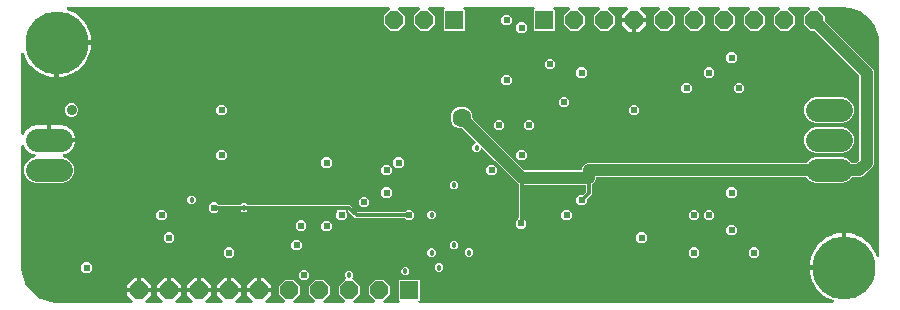
<source format=gbr>
G04 EAGLE Gerber RS-274X export*
G75*
%MOMM*%
%FSLAX34Y34*%
%LPD*%
%INBottom Copper*%
%IPPOS*%
%AMOC8*
5,1,8,0,0,1.08239X$1,22.5*%
G01*
%ADD10C,1.981200*%
%ADD11R,1.524000X1.524000*%
%ADD12P,1.649562X8X112.500000*%
%ADD13P,1.649562X8X292.500000*%
%ADD14C,5.334000*%
%ADD15C,0.609600*%
%ADD16C,1.016000*%
%ADD17C,1.600200*%
%ADD18C,0.304800*%
%ADD19C,0.457200*%
%ADD20C,0.914400*%

G36*
X95476Y2037D02*
X95476Y2037D01*
X95505Y2034D01*
X95616Y2057D01*
X95728Y2073D01*
X95755Y2085D01*
X95784Y2090D01*
X95884Y2142D01*
X95988Y2189D01*
X96010Y2208D01*
X96036Y2221D01*
X96118Y2299D01*
X96205Y2372D01*
X96221Y2397D01*
X96242Y2417D01*
X96299Y2515D01*
X96362Y2609D01*
X96371Y2637D01*
X96386Y2662D01*
X96414Y2772D01*
X96448Y2880D01*
X96449Y2910D01*
X96456Y2938D01*
X96452Y3051D01*
X96455Y3164D01*
X96448Y3193D01*
X96447Y3222D01*
X96412Y3330D01*
X96384Y3439D01*
X96369Y3465D01*
X96360Y3493D01*
X96314Y3556D01*
X96238Y3684D01*
X96193Y3727D01*
X96165Y3766D01*
X91439Y8491D01*
X91439Y10669D01*
X100584Y10669D01*
X100642Y10677D01*
X100700Y10675D01*
X100782Y10697D01*
X100865Y10709D01*
X100919Y10733D01*
X100975Y10747D01*
X101048Y10790D01*
X101125Y10825D01*
X101169Y10863D01*
X101220Y10893D01*
X101277Y10954D01*
X101342Y11009D01*
X101374Y11057D01*
X101414Y11100D01*
X101453Y11175D01*
X101499Y11245D01*
X101517Y11301D01*
X101544Y11353D01*
X101555Y11421D01*
X101585Y11516D01*
X101588Y11616D01*
X101599Y11684D01*
X101599Y12701D01*
X101601Y12701D01*
X101601Y11684D01*
X101609Y11626D01*
X101608Y11568D01*
X101629Y11486D01*
X101641Y11403D01*
X101665Y11349D01*
X101679Y11293D01*
X101722Y11220D01*
X101757Y11143D01*
X101795Y11098D01*
X101825Y11048D01*
X101886Y10990D01*
X101941Y10926D01*
X101989Y10894D01*
X102032Y10854D01*
X102107Y10815D01*
X102177Y10769D01*
X102233Y10751D01*
X102285Y10724D01*
X102353Y10713D01*
X102448Y10683D01*
X102548Y10680D01*
X102616Y10669D01*
X111761Y10669D01*
X111761Y8491D01*
X107035Y3766D01*
X107018Y3742D01*
X106995Y3723D01*
X106932Y3629D01*
X106864Y3539D01*
X106854Y3511D01*
X106838Y3487D01*
X106803Y3379D01*
X106763Y3273D01*
X106761Y3244D01*
X106752Y3216D01*
X106749Y3102D01*
X106740Y2990D01*
X106745Y2961D01*
X106745Y2932D01*
X106773Y2822D01*
X106795Y2711D01*
X106809Y2685D01*
X106816Y2657D01*
X106874Y2559D01*
X106926Y2459D01*
X106947Y2437D01*
X106962Y2412D01*
X107044Y2335D01*
X107122Y2253D01*
X107148Y2238D01*
X107169Y2218D01*
X107270Y2166D01*
X107368Y2109D01*
X107396Y2102D01*
X107422Y2088D01*
X107499Y2075D01*
X107643Y2039D01*
X107706Y2041D01*
X107753Y2033D01*
X120847Y2033D01*
X120876Y2037D01*
X120905Y2034D01*
X121016Y2057D01*
X121128Y2073D01*
X121155Y2085D01*
X121184Y2090D01*
X121284Y2142D01*
X121388Y2189D01*
X121410Y2208D01*
X121436Y2221D01*
X121518Y2299D01*
X121605Y2372D01*
X121621Y2397D01*
X121642Y2417D01*
X121699Y2515D01*
X121762Y2609D01*
X121771Y2637D01*
X121786Y2662D01*
X121814Y2772D01*
X121848Y2880D01*
X121849Y2910D01*
X121856Y2938D01*
X121852Y3051D01*
X121855Y3164D01*
X121848Y3193D01*
X121847Y3222D01*
X121812Y3330D01*
X121784Y3439D01*
X121769Y3465D01*
X121760Y3493D01*
X121714Y3556D01*
X121638Y3684D01*
X121593Y3727D01*
X121565Y3766D01*
X116839Y8491D01*
X116839Y10669D01*
X125984Y10669D01*
X126042Y10677D01*
X126100Y10675D01*
X126182Y10697D01*
X126265Y10709D01*
X126319Y10733D01*
X126375Y10747D01*
X126448Y10790D01*
X126525Y10825D01*
X126569Y10863D01*
X126620Y10893D01*
X126677Y10954D01*
X126742Y11009D01*
X126774Y11057D01*
X126814Y11100D01*
X126853Y11175D01*
X126899Y11245D01*
X126917Y11301D01*
X126944Y11353D01*
X126955Y11421D01*
X126985Y11516D01*
X126988Y11616D01*
X126999Y11684D01*
X126999Y12701D01*
X127001Y12701D01*
X127001Y11684D01*
X127009Y11626D01*
X127008Y11568D01*
X127029Y11486D01*
X127041Y11403D01*
X127065Y11349D01*
X127079Y11293D01*
X127122Y11220D01*
X127157Y11143D01*
X127195Y11098D01*
X127225Y11048D01*
X127286Y10990D01*
X127341Y10926D01*
X127389Y10894D01*
X127432Y10854D01*
X127507Y10815D01*
X127577Y10769D01*
X127633Y10751D01*
X127685Y10724D01*
X127753Y10713D01*
X127848Y10683D01*
X127948Y10680D01*
X128016Y10669D01*
X137161Y10669D01*
X137161Y8491D01*
X132435Y3766D01*
X132418Y3742D01*
X132395Y3723D01*
X132332Y3629D01*
X132264Y3539D01*
X132254Y3511D01*
X132238Y3487D01*
X132203Y3379D01*
X132163Y3273D01*
X132161Y3244D01*
X132152Y3216D01*
X132149Y3102D01*
X132140Y2990D01*
X132145Y2961D01*
X132145Y2932D01*
X132173Y2822D01*
X132195Y2711D01*
X132209Y2685D01*
X132216Y2657D01*
X132274Y2559D01*
X132326Y2459D01*
X132347Y2437D01*
X132362Y2412D01*
X132444Y2335D01*
X132522Y2253D01*
X132548Y2238D01*
X132569Y2218D01*
X132670Y2166D01*
X132768Y2109D01*
X132796Y2102D01*
X132822Y2088D01*
X132899Y2075D01*
X133043Y2039D01*
X133106Y2041D01*
X133153Y2033D01*
X146247Y2033D01*
X146276Y2037D01*
X146305Y2034D01*
X146416Y2057D01*
X146528Y2073D01*
X146555Y2085D01*
X146584Y2090D01*
X146684Y2142D01*
X146788Y2189D01*
X146810Y2208D01*
X146836Y2221D01*
X146918Y2299D01*
X147005Y2372D01*
X147021Y2397D01*
X147042Y2417D01*
X147099Y2515D01*
X147162Y2609D01*
X147171Y2637D01*
X147186Y2662D01*
X147214Y2772D01*
X147248Y2880D01*
X147249Y2910D01*
X147256Y2938D01*
X147252Y3051D01*
X147255Y3164D01*
X147248Y3193D01*
X147247Y3222D01*
X147212Y3330D01*
X147184Y3439D01*
X147169Y3465D01*
X147160Y3493D01*
X147114Y3556D01*
X147038Y3684D01*
X146993Y3727D01*
X146965Y3766D01*
X142239Y8491D01*
X142239Y10669D01*
X151384Y10669D01*
X151442Y10677D01*
X151500Y10675D01*
X151582Y10697D01*
X151665Y10709D01*
X151719Y10733D01*
X151775Y10747D01*
X151848Y10790D01*
X151925Y10825D01*
X151969Y10863D01*
X152020Y10893D01*
X152077Y10954D01*
X152142Y11009D01*
X152174Y11057D01*
X152214Y11100D01*
X152253Y11175D01*
X152299Y11245D01*
X152317Y11301D01*
X152344Y11353D01*
X152355Y11421D01*
X152385Y11516D01*
X152388Y11616D01*
X152399Y11684D01*
X152399Y12701D01*
X152401Y12701D01*
X152401Y11684D01*
X152409Y11626D01*
X152408Y11568D01*
X152429Y11486D01*
X152441Y11403D01*
X152465Y11349D01*
X152479Y11293D01*
X152522Y11220D01*
X152557Y11143D01*
X152595Y11098D01*
X152625Y11048D01*
X152686Y10990D01*
X152741Y10926D01*
X152789Y10894D01*
X152832Y10854D01*
X152907Y10815D01*
X152977Y10769D01*
X153033Y10751D01*
X153085Y10724D01*
X153153Y10713D01*
X153248Y10683D01*
X153348Y10680D01*
X153416Y10669D01*
X162561Y10669D01*
X162561Y8491D01*
X157835Y3766D01*
X157818Y3742D01*
X157795Y3723D01*
X157732Y3629D01*
X157664Y3539D01*
X157654Y3511D01*
X157638Y3487D01*
X157603Y3379D01*
X157563Y3273D01*
X157561Y3244D01*
X157552Y3216D01*
X157549Y3102D01*
X157540Y2990D01*
X157545Y2961D01*
X157545Y2932D01*
X157573Y2822D01*
X157595Y2711D01*
X157609Y2685D01*
X157616Y2657D01*
X157674Y2559D01*
X157726Y2459D01*
X157747Y2437D01*
X157762Y2412D01*
X157844Y2335D01*
X157922Y2253D01*
X157948Y2238D01*
X157969Y2218D01*
X158070Y2166D01*
X158168Y2109D01*
X158196Y2102D01*
X158222Y2088D01*
X158299Y2075D01*
X158443Y2039D01*
X158506Y2041D01*
X158553Y2033D01*
X171647Y2033D01*
X171676Y2037D01*
X171705Y2034D01*
X171816Y2057D01*
X171928Y2073D01*
X171955Y2085D01*
X171984Y2090D01*
X172084Y2142D01*
X172188Y2189D01*
X172210Y2208D01*
X172236Y2221D01*
X172318Y2299D01*
X172405Y2372D01*
X172421Y2397D01*
X172442Y2417D01*
X172499Y2515D01*
X172562Y2609D01*
X172571Y2637D01*
X172586Y2662D01*
X172614Y2772D01*
X172648Y2880D01*
X172649Y2910D01*
X172656Y2938D01*
X172652Y3051D01*
X172655Y3164D01*
X172648Y3193D01*
X172647Y3222D01*
X172612Y3330D01*
X172584Y3439D01*
X172569Y3465D01*
X172560Y3493D01*
X172514Y3556D01*
X172438Y3684D01*
X172393Y3727D01*
X172365Y3766D01*
X167639Y8491D01*
X167639Y10669D01*
X176784Y10669D01*
X176842Y10677D01*
X176900Y10675D01*
X176982Y10697D01*
X177065Y10709D01*
X177119Y10733D01*
X177175Y10747D01*
X177248Y10790D01*
X177325Y10825D01*
X177369Y10863D01*
X177420Y10893D01*
X177477Y10954D01*
X177542Y11009D01*
X177574Y11057D01*
X177614Y11100D01*
X177653Y11175D01*
X177699Y11245D01*
X177717Y11301D01*
X177744Y11353D01*
X177755Y11421D01*
X177785Y11516D01*
X177788Y11616D01*
X177799Y11684D01*
X177799Y12701D01*
X177801Y12701D01*
X177801Y11684D01*
X177809Y11626D01*
X177808Y11568D01*
X177829Y11486D01*
X177841Y11403D01*
X177865Y11349D01*
X177879Y11293D01*
X177922Y11220D01*
X177957Y11143D01*
X177995Y11098D01*
X178025Y11048D01*
X178086Y10990D01*
X178141Y10926D01*
X178189Y10894D01*
X178232Y10854D01*
X178307Y10815D01*
X178377Y10769D01*
X178433Y10751D01*
X178485Y10724D01*
X178553Y10713D01*
X178648Y10683D01*
X178748Y10680D01*
X178816Y10669D01*
X187961Y10669D01*
X187961Y8491D01*
X183235Y3766D01*
X183218Y3742D01*
X183195Y3723D01*
X183132Y3629D01*
X183064Y3539D01*
X183054Y3511D01*
X183038Y3487D01*
X183003Y3379D01*
X182963Y3273D01*
X182961Y3244D01*
X182952Y3216D01*
X182949Y3102D01*
X182940Y2990D01*
X182945Y2961D01*
X182945Y2932D01*
X182973Y2822D01*
X182995Y2711D01*
X183009Y2685D01*
X183016Y2657D01*
X183074Y2559D01*
X183126Y2459D01*
X183147Y2437D01*
X183162Y2412D01*
X183244Y2335D01*
X183322Y2253D01*
X183348Y2238D01*
X183369Y2218D01*
X183470Y2166D01*
X183568Y2109D01*
X183596Y2102D01*
X183622Y2088D01*
X183699Y2075D01*
X183843Y2039D01*
X183906Y2041D01*
X183953Y2033D01*
X197047Y2033D01*
X197076Y2037D01*
X197105Y2034D01*
X197216Y2057D01*
X197328Y2073D01*
X197355Y2085D01*
X197384Y2090D01*
X197484Y2142D01*
X197588Y2189D01*
X197610Y2208D01*
X197636Y2221D01*
X197718Y2299D01*
X197805Y2372D01*
X197821Y2397D01*
X197842Y2417D01*
X197899Y2515D01*
X197962Y2609D01*
X197971Y2637D01*
X197986Y2662D01*
X198014Y2772D01*
X198048Y2880D01*
X198049Y2910D01*
X198056Y2938D01*
X198052Y3051D01*
X198055Y3164D01*
X198048Y3193D01*
X198047Y3222D01*
X198012Y3330D01*
X197984Y3439D01*
X197969Y3465D01*
X197960Y3493D01*
X197914Y3556D01*
X197838Y3684D01*
X197793Y3727D01*
X197765Y3766D01*
X193039Y8491D01*
X193039Y10669D01*
X202184Y10669D01*
X202242Y10677D01*
X202300Y10675D01*
X202382Y10697D01*
X202465Y10709D01*
X202519Y10733D01*
X202575Y10747D01*
X202648Y10790D01*
X202725Y10825D01*
X202769Y10863D01*
X202820Y10893D01*
X202877Y10954D01*
X202942Y11009D01*
X202974Y11057D01*
X203014Y11100D01*
X203053Y11175D01*
X203099Y11245D01*
X203117Y11301D01*
X203144Y11353D01*
X203155Y11421D01*
X203185Y11516D01*
X203188Y11616D01*
X203199Y11684D01*
X203199Y12701D01*
X203201Y12701D01*
X203201Y11684D01*
X203209Y11626D01*
X203208Y11568D01*
X203229Y11486D01*
X203241Y11403D01*
X203265Y11349D01*
X203279Y11293D01*
X203322Y11220D01*
X203357Y11143D01*
X203395Y11098D01*
X203425Y11048D01*
X203486Y10990D01*
X203541Y10926D01*
X203589Y10894D01*
X203632Y10854D01*
X203707Y10815D01*
X203777Y10769D01*
X203833Y10751D01*
X203885Y10724D01*
X203953Y10713D01*
X204048Y10683D01*
X204148Y10680D01*
X204216Y10669D01*
X213361Y10669D01*
X213361Y8491D01*
X208635Y3766D01*
X208618Y3742D01*
X208595Y3723D01*
X208532Y3629D01*
X208464Y3539D01*
X208454Y3511D01*
X208438Y3487D01*
X208403Y3379D01*
X208363Y3273D01*
X208361Y3244D01*
X208352Y3216D01*
X208349Y3102D01*
X208340Y2990D01*
X208345Y2961D01*
X208345Y2932D01*
X208373Y2822D01*
X208395Y2711D01*
X208409Y2685D01*
X208416Y2657D01*
X208474Y2559D01*
X208526Y2459D01*
X208547Y2437D01*
X208562Y2412D01*
X208644Y2335D01*
X208722Y2253D01*
X208748Y2238D01*
X208769Y2218D01*
X208870Y2166D01*
X208968Y2109D01*
X208996Y2102D01*
X209022Y2088D01*
X209099Y2075D01*
X209243Y2039D01*
X209306Y2041D01*
X209353Y2033D01*
X224243Y2033D01*
X224272Y2037D01*
X224301Y2034D01*
X224412Y2057D01*
X224524Y2073D01*
X224551Y2085D01*
X224580Y2090D01*
X224680Y2142D01*
X224784Y2189D01*
X224806Y2208D01*
X224832Y2221D01*
X224914Y2299D01*
X225001Y2372D01*
X225017Y2397D01*
X225038Y2417D01*
X225096Y2515D01*
X225158Y2609D01*
X225167Y2637D01*
X225182Y2662D01*
X225210Y2772D01*
X225244Y2880D01*
X225245Y2910D01*
X225252Y2938D01*
X225249Y3051D01*
X225251Y3164D01*
X225244Y3193D01*
X225243Y3222D01*
X225208Y3330D01*
X225180Y3439D01*
X225165Y3465D01*
X225156Y3493D01*
X225110Y3556D01*
X225034Y3684D01*
X224989Y3727D01*
X224961Y3766D01*
X219709Y9017D01*
X219709Y16383D01*
X224917Y21591D01*
X232283Y21591D01*
X237491Y16383D01*
X237491Y9017D01*
X232239Y3766D01*
X232222Y3742D01*
X232199Y3723D01*
X232136Y3629D01*
X232068Y3539D01*
X232058Y3511D01*
X232042Y3487D01*
X232007Y3379D01*
X231967Y3273D01*
X231965Y3244D01*
X231956Y3216D01*
X231953Y3102D01*
X231944Y2990D01*
X231949Y2961D01*
X231949Y2932D01*
X231977Y2822D01*
X231999Y2711D01*
X232013Y2685D01*
X232020Y2657D01*
X232078Y2559D01*
X232130Y2459D01*
X232151Y2437D01*
X232166Y2412D01*
X232248Y2335D01*
X232326Y2253D01*
X232352Y2238D01*
X232373Y2218D01*
X232474Y2166D01*
X232571Y2109D01*
X232600Y2102D01*
X232626Y2088D01*
X232703Y2075D01*
X232847Y2039D01*
X232909Y2041D01*
X232957Y2033D01*
X249643Y2033D01*
X249672Y2037D01*
X249701Y2034D01*
X249812Y2057D01*
X249924Y2073D01*
X249951Y2085D01*
X249980Y2090D01*
X250080Y2142D01*
X250184Y2189D01*
X250206Y2208D01*
X250232Y2221D01*
X250314Y2299D01*
X250401Y2372D01*
X250417Y2397D01*
X250438Y2417D01*
X250496Y2515D01*
X250558Y2609D01*
X250567Y2637D01*
X250582Y2662D01*
X250610Y2772D01*
X250644Y2880D01*
X250645Y2910D01*
X250652Y2938D01*
X250649Y3051D01*
X250651Y3164D01*
X250644Y3193D01*
X250643Y3222D01*
X250608Y3330D01*
X250580Y3439D01*
X250565Y3465D01*
X250556Y3493D01*
X250510Y3556D01*
X250434Y3684D01*
X250389Y3727D01*
X250361Y3766D01*
X245109Y9017D01*
X245109Y16383D01*
X250317Y21591D01*
X257683Y21591D01*
X262891Y16383D01*
X262891Y9017D01*
X257639Y3766D01*
X257622Y3742D01*
X257599Y3723D01*
X257536Y3629D01*
X257468Y3539D01*
X257458Y3511D01*
X257442Y3487D01*
X257407Y3379D01*
X257367Y3273D01*
X257365Y3244D01*
X257356Y3216D01*
X257353Y3102D01*
X257344Y2990D01*
X257349Y2961D01*
X257349Y2932D01*
X257377Y2822D01*
X257399Y2711D01*
X257413Y2685D01*
X257420Y2657D01*
X257478Y2559D01*
X257530Y2459D01*
X257551Y2437D01*
X257566Y2412D01*
X257648Y2335D01*
X257726Y2253D01*
X257752Y2238D01*
X257773Y2218D01*
X257874Y2166D01*
X257971Y2109D01*
X258000Y2102D01*
X258026Y2088D01*
X258103Y2075D01*
X258247Y2039D01*
X258309Y2041D01*
X258357Y2033D01*
X275043Y2033D01*
X275072Y2037D01*
X275101Y2034D01*
X275212Y2057D01*
X275324Y2073D01*
X275351Y2085D01*
X275380Y2090D01*
X275480Y2142D01*
X275584Y2189D01*
X275606Y2208D01*
X275632Y2221D01*
X275714Y2299D01*
X275801Y2372D01*
X275817Y2397D01*
X275838Y2417D01*
X275896Y2515D01*
X275958Y2609D01*
X275967Y2637D01*
X275982Y2662D01*
X276010Y2772D01*
X276044Y2880D01*
X276045Y2910D01*
X276052Y2938D01*
X276049Y3051D01*
X276051Y3164D01*
X276044Y3193D01*
X276043Y3222D01*
X276008Y3330D01*
X275980Y3439D01*
X275965Y3465D01*
X275956Y3493D01*
X275910Y3556D01*
X275834Y3684D01*
X275789Y3727D01*
X275761Y3766D01*
X270509Y9017D01*
X270509Y16383D01*
X275717Y21591D01*
X275728Y21591D01*
X275757Y21595D01*
X275787Y21592D01*
X275898Y21615D01*
X276010Y21631D01*
X276036Y21643D01*
X276065Y21648D01*
X276166Y21701D01*
X276269Y21747D01*
X276292Y21766D01*
X276318Y21779D01*
X276400Y21857D01*
X276486Y21930D01*
X276502Y21955D01*
X276524Y21975D01*
X276581Y22073D01*
X276644Y22167D01*
X276653Y22195D01*
X276667Y22220D01*
X276695Y22330D01*
X276730Y22438D01*
X276730Y22468D01*
X276738Y22496D01*
X276734Y22609D01*
X276737Y22722D01*
X276729Y22751D01*
X276728Y22780D01*
X276694Y22888D01*
X276665Y22997D01*
X276650Y23023D01*
X276641Y23051D01*
X276595Y23115D01*
X276520Y23242D01*
X276474Y23285D01*
X276446Y23324D01*
X275843Y23927D01*
X275843Y26873D01*
X277927Y28957D01*
X280873Y28957D01*
X282957Y26873D01*
X282957Y23927D01*
X282354Y23324D01*
X282336Y23300D01*
X282314Y23281D01*
X282251Y23187D01*
X282183Y23097D01*
X282173Y23069D01*
X282156Y23045D01*
X282122Y22937D01*
X282082Y22831D01*
X282079Y22802D01*
X282070Y22774D01*
X282068Y22660D01*
X282058Y22548D01*
X282064Y22519D01*
X282063Y22490D01*
X282092Y22380D01*
X282114Y22269D01*
X282128Y22243D01*
X282135Y22215D01*
X282193Y22117D01*
X282245Y22017D01*
X282265Y21995D01*
X282280Y21970D01*
X282363Y21893D01*
X282441Y21811D01*
X282466Y21796D01*
X282488Y21776D01*
X282589Y21724D01*
X282686Y21667D01*
X282715Y21660D01*
X282741Y21646D01*
X282818Y21633D01*
X282962Y21597D01*
X283024Y21599D01*
X283072Y21591D01*
X283083Y21591D01*
X288291Y16383D01*
X288291Y9017D01*
X283039Y3766D01*
X283022Y3742D01*
X282999Y3723D01*
X282936Y3629D01*
X282868Y3539D01*
X282858Y3511D01*
X282842Y3487D01*
X282807Y3379D01*
X282767Y3273D01*
X282765Y3244D01*
X282756Y3216D01*
X282753Y3102D01*
X282744Y2990D01*
X282749Y2961D01*
X282749Y2932D01*
X282777Y2822D01*
X282799Y2711D01*
X282813Y2685D01*
X282820Y2657D01*
X282878Y2559D01*
X282930Y2459D01*
X282951Y2437D01*
X282966Y2412D01*
X283048Y2335D01*
X283126Y2253D01*
X283152Y2238D01*
X283173Y2218D01*
X283274Y2166D01*
X283371Y2109D01*
X283400Y2102D01*
X283426Y2088D01*
X283503Y2075D01*
X283647Y2039D01*
X283709Y2041D01*
X283757Y2033D01*
X300443Y2033D01*
X300472Y2037D01*
X300501Y2034D01*
X300612Y2057D01*
X300724Y2073D01*
X300751Y2085D01*
X300780Y2090D01*
X300880Y2142D01*
X300984Y2189D01*
X301006Y2208D01*
X301032Y2221D01*
X301114Y2299D01*
X301201Y2372D01*
X301217Y2397D01*
X301238Y2417D01*
X301296Y2515D01*
X301358Y2609D01*
X301367Y2637D01*
X301382Y2662D01*
X301410Y2772D01*
X301444Y2880D01*
X301445Y2910D01*
X301452Y2938D01*
X301449Y3051D01*
X301451Y3164D01*
X301444Y3193D01*
X301443Y3222D01*
X301408Y3330D01*
X301380Y3439D01*
X301365Y3465D01*
X301356Y3493D01*
X301310Y3556D01*
X301234Y3684D01*
X301189Y3727D01*
X301161Y3766D01*
X295909Y9017D01*
X295909Y16383D01*
X301117Y21591D01*
X308483Y21591D01*
X313691Y16383D01*
X313691Y9017D01*
X308439Y3766D01*
X308422Y3742D01*
X308399Y3723D01*
X308336Y3629D01*
X308268Y3539D01*
X308258Y3511D01*
X308242Y3487D01*
X308207Y3379D01*
X308167Y3273D01*
X308165Y3244D01*
X308156Y3216D01*
X308153Y3102D01*
X308144Y2990D01*
X308149Y2961D01*
X308149Y2932D01*
X308177Y2822D01*
X308199Y2711D01*
X308213Y2685D01*
X308220Y2657D01*
X308278Y2559D01*
X308330Y2459D01*
X308351Y2437D01*
X308366Y2412D01*
X308448Y2335D01*
X308526Y2253D01*
X308552Y2238D01*
X308573Y2218D01*
X308674Y2166D01*
X308771Y2109D01*
X308800Y2102D01*
X308826Y2088D01*
X308903Y2075D01*
X309047Y2039D01*
X309109Y2041D01*
X309157Y2033D01*
X321379Y2033D01*
X321408Y2037D01*
X321437Y2034D01*
X321549Y2057D01*
X321661Y2073D01*
X321687Y2085D01*
X321716Y2090D01*
X321817Y2143D01*
X321920Y2189D01*
X321942Y2208D01*
X321969Y2221D01*
X322051Y2299D01*
X322137Y2372D01*
X322153Y2397D01*
X322175Y2417D01*
X322232Y2515D01*
X322295Y2609D01*
X322304Y2637D01*
X322318Y2662D01*
X322346Y2772D01*
X322380Y2880D01*
X322381Y2910D01*
X322388Y2938D01*
X322385Y3051D01*
X322388Y3164D01*
X322380Y3193D01*
X322379Y3222D01*
X322344Y3330D01*
X322316Y3439D01*
X322301Y3465D01*
X322292Y3493D01*
X322246Y3557D01*
X322171Y3684D01*
X322125Y3727D01*
X322097Y3766D01*
X321309Y4554D01*
X321309Y20846D01*
X322054Y21591D01*
X338346Y21591D01*
X339091Y20846D01*
X339091Y4554D01*
X338303Y3766D01*
X338285Y3742D01*
X338263Y3723D01*
X338200Y3629D01*
X338132Y3539D01*
X338122Y3511D01*
X338105Y3487D01*
X338071Y3379D01*
X338031Y3273D01*
X338028Y3244D01*
X338020Y3216D01*
X338017Y3102D01*
X338007Y2990D01*
X338013Y2961D01*
X338012Y2932D01*
X338041Y2822D01*
X338063Y2711D01*
X338077Y2685D01*
X338084Y2657D01*
X338142Y2559D01*
X338194Y2459D01*
X338214Y2437D01*
X338229Y2412D01*
X338312Y2335D01*
X338390Y2253D01*
X338415Y2238D01*
X338437Y2218D01*
X338538Y2166D01*
X338635Y2109D01*
X338664Y2102D01*
X338690Y2088D01*
X338767Y2075D01*
X338911Y2039D01*
X338973Y2041D01*
X339021Y2033D01*
X689009Y2033D01*
X689122Y2049D01*
X689236Y2058D01*
X689263Y2069D01*
X689291Y2073D01*
X689395Y2119D01*
X689502Y2160D01*
X689524Y2177D01*
X689550Y2189D01*
X689637Y2263D01*
X689728Y2331D01*
X689745Y2354D01*
X689767Y2372D01*
X689830Y2468D01*
X689899Y2559D01*
X689909Y2585D01*
X689925Y2609D01*
X689959Y2718D01*
X690000Y2825D01*
X690002Y2853D01*
X690011Y2880D01*
X690013Y2994D01*
X690023Y3108D01*
X690017Y3136D01*
X690018Y3164D01*
X689989Y3275D01*
X689966Y3387D01*
X689953Y3412D01*
X689946Y3439D01*
X689888Y3537D01*
X689835Y3639D01*
X689815Y3659D01*
X689801Y3684D01*
X689718Y3762D01*
X689639Y3845D01*
X689616Y3857D01*
X689593Y3878D01*
X689363Y3996D01*
X689345Y4006D01*
X687304Y4720D01*
X684348Y6144D01*
X681570Y7889D01*
X679005Y9935D01*
X676685Y12255D01*
X674639Y14820D01*
X672894Y17598D01*
X671470Y20554D01*
X670387Y23651D01*
X669657Y26849D01*
X669333Y29719D01*
X697484Y29719D01*
X697542Y29727D01*
X697600Y29725D01*
X697682Y29747D01*
X697765Y29759D01*
X697819Y29783D01*
X697875Y29797D01*
X697948Y29840D01*
X698025Y29875D01*
X698069Y29913D01*
X698120Y29943D01*
X698177Y30004D01*
X698242Y30059D01*
X698274Y30107D01*
X698314Y30150D01*
X698353Y30225D01*
X698399Y30295D01*
X698417Y30351D01*
X698444Y30403D01*
X698455Y30471D01*
X698485Y30566D01*
X698488Y30666D01*
X698499Y30734D01*
X698499Y31751D01*
X699516Y31751D01*
X699574Y31759D01*
X699632Y31758D01*
X699714Y31779D01*
X699797Y31791D01*
X699851Y31815D01*
X699907Y31829D01*
X699980Y31872D01*
X700057Y31907D01*
X700102Y31945D01*
X700152Y31975D01*
X700210Y32036D01*
X700274Y32091D01*
X700306Y32139D01*
X700346Y32182D01*
X700385Y32257D01*
X700431Y32327D01*
X700449Y32383D01*
X700476Y32435D01*
X700487Y32503D01*
X700517Y32598D01*
X700520Y32698D01*
X700531Y32766D01*
X700531Y60917D01*
X703401Y60593D01*
X706599Y59863D01*
X709696Y58780D01*
X712652Y57356D01*
X715430Y55611D01*
X717995Y53565D01*
X720315Y51245D01*
X722361Y48680D01*
X724106Y45902D01*
X725530Y42946D01*
X726244Y40905D01*
X726296Y40804D01*
X726343Y40700D01*
X726361Y40678D01*
X726374Y40653D01*
X726453Y40570D01*
X726527Y40483D01*
X726550Y40467D01*
X726570Y40446D01*
X726668Y40389D01*
X726763Y40325D01*
X726790Y40317D01*
X726815Y40302D01*
X726925Y40274D01*
X727034Y40239D01*
X727063Y40239D01*
X727090Y40232D01*
X727204Y40235D01*
X727318Y40232D01*
X727346Y40239D01*
X727374Y40240D01*
X727483Y40275D01*
X727593Y40304D01*
X727618Y40319D01*
X727645Y40327D01*
X727740Y40391D01*
X727838Y40449D01*
X727857Y40470D01*
X727881Y40486D01*
X727954Y40573D01*
X728032Y40657D01*
X728045Y40682D01*
X728064Y40704D01*
X728110Y40808D01*
X728162Y40910D01*
X728166Y40935D01*
X728179Y40964D01*
X728214Y41221D01*
X728217Y41241D01*
X728217Y222250D01*
X728211Y222294D01*
X728214Y222330D01*
X727861Y226820D01*
X727825Y226978D01*
X727814Y227054D01*
X725039Y235594D01*
X724914Y235850D01*
X724902Y235863D01*
X724895Y235877D01*
X719617Y243142D01*
X719419Y243346D01*
X719403Y243356D01*
X719392Y243367D01*
X712127Y248645D01*
X711876Y248778D01*
X711858Y248782D01*
X711844Y248789D01*
X703304Y251564D01*
X703144Y251592D01*
X703070Y251611D01*
X698580Y251964D01*
X698535Y251961D01*
X698500Y251967D01*
X677457Y251967D01*
X677428Y251963D01*
X677399Y251966D01*
X677288Y251943D01*
X677176Y251927D01*
X677149Y251915D01*
X677120Y251910D01*
X677020Y251858D01*
X676916Y251811D01*
X676894Y251792D01*
X676868Y251779D01*
X676786Y251701D01*
X676699Y251628D01*
X676683Y251603D01*
X676662Y251583D01*
X676604Y251485D01*
X676542Y251391D01*
X676533Y251363D01*
X676518Y251338D01*
X676490Y251228D01*
X676456Y251120D01*
X676455Y251090D01*
X676448Y251062D01*
X676451Y250949D01*
X676449Y250836D01*
X676456Y250807D01*
X676457Y250778D01*
X676492Y250670D01*
X676520Y250561D01*
X676535Y250535D01*
X676544Y250507D01*
X676590Y250444D01*
X676666Y250316D01*
X676711Y250273D01*
X676739Y250234D01*
X681991Y244983D01*
X681991Y241272D01*
X682003Y241186D01*
X682006Y241098D01*
X682023Y241046D01*
X682031Y240991D01*
X682066Y240911D01*
X682093Y240828D01*
X682121Y240788D01*
X682147Y240731D01*
X682243Y240618D01*
X682288Y240554D01*
X722611Y200232D01*
X723520Y198037D01*
X723520Y119463D01*
X722611Y117268D01*
X714582Y109239D01*
X712387Y108330D01*
X705963Y108330D01*
X705876Y108318D01*
X705789Y108315D01*
X705736Y108298D01*
X705682Y108290D01*
X705602Y108255D01*
X705519Y108228D01*
X705479Y108200D01*
X705422Y108174D01*
X705309Y108078D01*
X705245Y108033D01*
X702037Y104825D01*
X697929Y103123D01*
X673671Y103123D01*
X669563Y104825D01*
X666355Y108033D01*
X666285Y108085D01*
X666221Y108145D01*
X666172Y108171D01*
X666128Y108204D01*
X666046Y108235D01*
X665968Y108275D01*
X665920Y108283D01*
X665862Y108305D01*
X665714Y108317D01*
X665637Y108330D01*
X489585Y108330D01*
X489527Y108322D01*
X489469Y108324D01*
X489387Y108302D01*
X489303Y108290D01*
X489250Y108267D01*
X489194Y108252D01*
X489121Y108209D01*
X489044Y108174D01*
X488999Y108136D01*
X488949Y108107D01*
X488891Y108045D01*
X488827Y107991D01*
X488795Y107942D01*
X488755Y107899D01*
X488716Y107824D01*
X488669Y107754D01*
X488652Y107698D01*
X488625Y107646D01*
X488614Y107578D01*
X488584Y107483D01*
X488581Y107383D01*
X488570Y107315D01*
X488570Y106763D01*
X487661Y104568D01*
X485982Y102889D01*
X485640Y102748D01*
X485639Y102747D01*
X485638Y102747D01*
X485521Y102677D01*
X485396Y102603D01*
X485394Y102602D01*
X485393Y102601D01*
X485298Y102499D01*
X485200Y102397D01*
X485200Y102395D01*
X485199Y102394D01*
X485134Y102268D01*
X485070Y102144D01*
X485070Y102142D01*
X485069Y102141D01*
X485067Y102126D01*
X485015Y101865D01*
X485018Y101835D01*
X485014Y101810D01*
X485014Y94250D01*
X480866Y90103D01*
X480814Y90033D01*
X480754Y89969D01*
X480728Y89919D01*
X480695Y89875D01*
X480664Y89794D01*
X480624Y89716D01*
X480616Y89668D01*
X480594Y89610D01*
X480587Y89526D01*
X480583Y89512D01*
X480581Y89460D01*
X480569Y89385D01*
X480569Y87111D01*
X478039Y84581D01*
X474461Y84581D01*
X471931Y87111D01*
X471931Y90689D01*
X474461Y93219D01*
X476735Y93219D01*
X476821Y93231D01*
X476909Y93234D01*
X476961Y93251D01*
X477016Y93259D01*
X477096Y93294D01*
X477179Y93321D01*
X477218Y93349D01*
X477276Y93375D01*
X477389Y93471D01*
X477453Y93516D01*
X479889Y95952D01*
X479941Y96022D01*
X480001Y96086D01*
X480027Y96136D01*
X480060Y96180D01*
X480091Y96261D01*
X480131Y96339D01*
X480139Y96387D01*
X480161Y96445D01*
X480173Y96593D01*
X480186Y96670D01*
X480186Y100965D01*
X480178Y101023D01*
X480180Y101081D01*
X480158Y101163D01*
X480146Y101247D01*
X480123Y101300D01*
X480108Y101356D01*
X480065Y101429D01*
X480030Y101506D01*
X479992Y101551D01*
X479963Y101601D01*
X479901Y101659D01*
X479847Y101723D01*
X479798Y101755D01*
X479755Y101795D01*
X479680Y101834D01*
X479610Y101881D01*
X479554Y101898D01*
X479502Y101925D01*
X479434Y101936D01*
X479339Y101966D01*
X479239Y101969D01*
X479171Y101980D01*
X428879Y101980D01*
X428821Y101972D01*
X428763Y101974D01*
X428681Y101952D01*
X428597Y101940D01*
X428544Y101917D01*
X428488Y101902D01*
X428415Y101859D01*
X428338Y101824D01*
X428293Y101786D01*
X428243Y101757D01*
X428185Y101695D01*
X428121Y101641D01*
X428089Y101592D01*
X428049Y101549D01*
X428010Y101474D01*
X427963Y101404D01*
X427946Y101348D01*
X427919Y101296D01*
X427908Y101228D01*
X427878Y101133D01*
X427875Y101033D01*
X427864Y100965D01*
X427864Y72408D01*
X427876Y72321D01*
X427879Y72234D01*
X427896Y72181D01*
X427904Y72126D01*
X427939Y72047D01*
X427966Y71963D01*
X427994Y71924D01*
X428020Y71867D01*
X428116Y71754D01*
X428161Y71690D01*
X428990Y70861D01*
X428990Y67283D01*
X426461Y64753D01*
X422883Y64753D01*
X420353Y67283D01*
X420353Y70861D01*
X422739Y73247D01*
X422791Y73316D01*
X422851Y73380D01*
X422877Y73430D01*
X422910Y73474D01*
X422941Y73555D01*
X422981Y73633D01*
X422989Y73681D01*
X423011Y73739D01*
X423023Y73887D01*
X423036Y73964D01*
X423036Y101810D01*
X423036Y101811D01*
X423036Y101813D01*
X423016Y101954D01*
X422996Y102091D01*
X422996Y102093D01*
X422996Y102094D01*
X422937Y102224D01*
X422880Y102351D01*
X422879Y102352D01*
X422878Y102353D01*
X422788Y102460D01*
X422697Y102568D01*
X422695Y102569D01*
X422694Y102570D01*
X422682Y102578D01*
X422460Y102725D01*
X422431Y102735D01*
X422410Y102748D01*
X422068Y102889D01*
X403161Y121796D01*
X392640Y132318D01*
X392616Y132335D01*
X392597Y132358D01*
X392503Y132420D01*
X392413Y132489D01*
X392385Y132499D01*
X392361Y132515D01*
X392253Y132550D01*
X392147Y132590D01*
X392118Y132592D01*
X392090Y132601D01*
X391976Y132604D01*
X391864Y132613D01*
X391835Y132608D01*
X391806Y132608D01*
X391696Y132580D01*
X391585Y132557D01*
X391559Y132544D01*
X391531Y132537D01*
X391433Y132479D01*
X391333Y132426D01*
X391311Y132406D01*
X391286Y132391D01*
X391209Y132309D01*
X391127Y132231D01*
X391112Y132205D01*
X391092Y132184D01*
X391040Y132083D01*
X390983Y131985D01*
X390976Y131957D01*
X390964Y131934D01*
X388823Y129793D01*
X385877Y129793D01*
X383793Y131877D01*
X383793Y134823D01*
X385934Y136964D01*
X385937Y136964D01*
X386037Y137016D01*
X386141Y137063D01*
X386163Y137082D01*
X386189Y137095D01*
X386271Y137173D01*
X386358Y137246D01*
X386374Y137271D01*
X386395Y137291D01*
X386452Y137389D01*
X386515Y137483D01*
X386524Y137511D01*
X386539Y137536D01*
X386567Y137646D01*
X386601Y137754D01*
X386602Y137784D01*
X386609Y137812D01*
X386605Y137925D01*
X386608Y138038D01*
X386601Y138067D01*
X386600Y138096D01*
X386565Y138204D01*
X386537Y138313D01*
X386522Y138339D01*
X386513Y138367D01*
X386467Y138430D01*
X386391Y138558D01*
X386346Y138601D01*
X386318Y138640D01*
X375777Y149181D01*
X375707Y149233D01*
X375643Y149293D01*
X375594Y149319D01*
X375549Y149352D01*
X375468Y149383D01*
X375390Y149423D01*
X375342Y149431D01*
X375284Y149453D01*
X375136Y149465D01*
X375059Y149478D01*
X372806Y149478D01*
X369398Y150890D01*
X366790Y153498D01*
X365378Y156906D01*
X365378Y160594D01*
X366790Y164002D01*
X369398Y166610D01*
X372806Y168022D01*
X376494Y168022D01*
X379902Y166610D01*
X382510Y164002D01*
X383922Y160594D01*
X383922Y158341D01*
X383929Y158290D01*
X383928Y158265D01*
X383934Y158242D01*
X383937Y158167D01*
X383954Y158115D01*
X383962Y158060D01*
X383997Y157980D01*
X384024Y157897D01*
X384052Y157857D01*
X384078Y157800D01*
X384174Y157687D01*
X384219Y157623D01*
X427625Y114217D01*
X427695Y114165D01*
X427759Y114105D01*
X427808Y114079D01*
X427853Y114046D01*
X427934Y114015D01*
X428012Y113975D01*
X428060Y113967D01*
X428118Y113945D01*
X428266Y113933D01*
X428343Y113920D01*
X475615Y113920D01*
X475673Y113928D01*
X475731Y113926D01*
X475813Y113948D01*
X475897Y113960D01*
X475950Y113983D01*
X476006Y113998D01*
X476079Y114041D01*
X476156Y114076D01*
X476201Y114114D01*
X476251Y114143D01*
X476309Y114205D01*
X476373Y114259D01*
X476405Y114308D01*
X476445Y114351D01*
X476484Y114426D01*
X476531Y114496D01*
X476548Y114552D01*
X476575Y114604D01*
X476586Y114672D01*
X476616Y114767D01*
X476619Y114867D01*
X476630Y114935D01*
X476630Y115487D01*
X477539Y117682D01*
X479218Y119361D01*
X481413Y120270D01*
X665637Y120270D01*
X665724Y120282D01*
X665811Y120285D01*
X665864Y120302D01*
X665918Y120310D01*
X665998Y120345D01*
X666081Y120372D01*
X666121Y120400D01*
X666178Y120426D01*
X666291Y120522D01*
X666355Y120567D01*
X669563Y123775D01*
X673671Y125477D01*
X697929Y125477D01*
X702037Y123775D01*
X705245Y120567D01*
X705315Y120515D01*
X705379Y120455D01*
X705428Y120429D01*
X705472Y120396D01*
X705554Y120365D01*
X705632Y120325D01*
X705680Y120317D01*
X705738Y120295D01*
X705886Y120283D01*
X705963Y120270D01*
X708307Y120270D01*
X708393Y120282D01*
X708481Y120285D01*
X708533Y120302D01*
X708588Y120310D01*
X708668Y120345D01*
X708751Y120372D01*
X708791Y120400D01*
X708848Y120426D01*
X708961Y120522D01*
X709025Y120567D01*
X711283Y122825D01*
X711335Y122895D01*
X711395Y122959D01*
X711421Y123008D01*
X711454Y123053D01*
X711485Y123134D01*
X711525Y123212D01*
X711533Y123260D01*
X711555Y123318D01*
X711567Y123466D01*
X711580Y123543D01*
X711580Y193957D01*
X711573Y194008D01*
X711574Y194031D01*
X711568Y194054D01*
X711565Y194131D01*
X711548Y194183D01*
X711540Y194238D01*
X711505Y194318D01*
X711478Y194401D01*
X711450Y194441D01*
X711424Y194498D01*
X711328Y194611D01*
X711283Y194675D01*
X673846Y232112D01*
X673776Y232164D01*
X673712Y232224D01*
X673663Y232250D01*
X673618Y232283D01*
X673537Y232314D01*
X673459Y232354D01*
X673411Y232362D01*
X673353Y232384D01*
X673205Y232396D01*
X673128Y232409D01*
X669417Y232409D01*
X664209Y237617D01*
X664209Y244983D01*
X669461Y250234D01*
X669478Y250258D01*
X669501Y250277D01*
X669564Y250371D01*
X669632Y250461D01*
X669642Y250489D01*
X669658Y250513D01*
X669693Y250621D01*
X669733Y250727D01*
X669735Y250756D01*
X669744Y250784D01*
X669747Y250898D01*
X669756Y251010D01*
X669751Y251039D01*
X669751Y251068D01*
X669723Y251178D01*
X669701Y251289D01*
X669687Y251315D01*
X669680Y251343D01*
X669622Y251441D01*
X669570Y251541D01*
X669549Y251563D01*
X669534Y251588D01*
X669452Y251665D01*
X669374Y251747D01*
X669348Y251762D01*
X669327Y251782D01*
X669226Y251834D01*
X669129Y251891D01*
X669100Y251898D01*
X669074Y251912D01*
X668997Y251925D01*
X668853Y251961D01*
X668791Y251959D01*
X668743Y251967D01*
X652057Y251967D01*
X652028Y251963D01*
X651999Y251966D01*
X651888Y251943D01*
X651776Y251927D01*
X651749Y251915D01*
X651720Y251910D01*
X651620Y251858D01*
X651516Y251811D01*
X651494Y251792D01*
X651468Y251779D01*
X651386Y251701D01*
X651299Y251628D01*
X651283Y251603D01*
X651262Y251583D01*
X651204Y251485D01*
X651142Y251391D01*
X651133Y251363D01*
X651118Y251338D01*
X651090Y251228D01*
X651056Y251120D01*
X651055Y251090D01*
X651048Y251062D01*
X651051Y250949D01*
X651049Y250836D01*
X651056Y250807D01*
X651057Y250778D01*
X651092Y250670D01*
X651120Y250561D01*
X651135Y250535D01*
X651144Y250507D01*
X651190Y250444D01*
X651266Y250316D01*
X651311Y250273D01*
X651339Y250234D01*
X656591Y244983D01*
X656591Y237617D01*
X651383Y232409D01*
X644017Y232409D01*
X638809Y237617D01*
X638809Y244983D01*
X644061Y250234D01*
X644078Y250258D01*
X644101Y250277D01*
X644164Y250371D01*
X644232Y250461D01*
X644242Y250489D01*
X644258Y250513D01*
X644293Y250621D01*
X644333Y250727D01*
X644335Y250756D01*
X644344Y250784D01*
X644347Y250898D01*
X644356Y251010D01*
X644351Y251039D01*
X644351Y251068D01*
X644323Y251178D01*
X644301Y251289D01*
X644287Y251315D01*
X644280Y251343D01*
X644222Y251441D01*
X644170Y251541D01*
X644149Y251563D01*
X644134Y251588D01*
X644052Y251665D01*
X643974Y251747D01*
X643948Y251762D01*
X643927Y251782D01*
X643826Y251834D01*
X643729Y251891D01*
X643700Y251898D01*
X643674Y251912D01*
X643597Y251925D01*
X643453Y251961D01*
X643391Y251959D01*
X643343Y251967D01*
X626657Y251967D01*
X626628Y251963D01*
X626599Y251966D01*
X626488Y251943D01*
X626376Y251927D01*
X626349Y251915D01*
X626320Y251910D01*
X626220Y251858D01*
X626116Y251811D01*
X626094Y251792D01*
X626068Y251779D01*
X625986Y251701D01*
X625899Y251628D01*
X625883Y251603D01*
X625862Y251583D01*
X625804Y251485D01*
X625742Y251391D01*
X625733Y251363D01*
X625718Y251338D01*
X625690Y251228D01*
X625656Y251120D01*
X625655Y251090D01*
X625648Y251062D01*
X625651Y250949D01*
X625649Y250836D01*
X625656Y250807D01*
X625657Y250778D01*
X625692Y250670D01*
X625720Y250561D01*
X625735Y250535D01*
X625744Y250507D01*
X625790Y250444D01*
X625866Y250316D01*
X625911Y250273D01*
X625939Y250234D01*
X631191Y244983D01*
X631191Y237617D01*
X625983Y232409D01*
X618617Y232409D01*
X613409Y237617D01*
X613409Y244983D01*
X618661Y250234D01*
X618678Y250258D01*
X618701Y250277D01*
X618764Y250371D01*
X618832Y250461D01*
X618842Y250489D01*
X618858Y250513D01*
X618893Y250621D01*
X618933Y250727D01*
X618935Y250756D01*
X618944Y250784D01*
X618947Y250898D01*
X618956Y251010D01*
X618951Y251039D01*
X618951Y251068D01*
X618923Y251178D01*
X618901Y251289D01*
X618887Y251315D01*
X618880Y251343D01*
X618822Y251441D01*
X618770Y251541D01*
X618749Y251563D01*
X618734Y251588D01*
X618652Y251665D01*
X618574Y251747D01*
X618548Y251762D01*
X618527Y251782D01*
X618426Y251834D01*
X618329Y251891D01*
X618300Y251898D01*
X618274Y251912D01*
X618197Y251925D01*
X618053Y251961D01*
X617991Y251959D01*
X617943Y251967D01*
X601257Y251967D01*
X601228Y251963D01*
X601199Y251966D01*
X601088Y251943D01*
X600976Y251927D01*
X600949Y251915D01*
X600920Y251910D01*
X600820Y251858D01*
X600716Y251811D01*
X600694Y251792D01*
X600668Y251779D01*
X600586Y251701D01*
X600499Y251628D01*
X600483Y251603D01*
X600462Y251583D01*
X600404Y251485D01*
X600342Y251391D01*
X600333Y251363D01*
X600318Y251338D01*
X600290Y251228D01*
X600256Y251120D01*
X600255Y251090D01*
X600248Y251062D01*
X600251Y250949D01*
X600249Y250836D01*
X600256Y250807D01*
X600257Y250778D01*
X600292Y250670D01*
X600320Y250561D01*
X600335Y250535D01*
X600344Y250507D01*
X600390Y250444D01*
X600466Y250316D01*
X600511Y250273D01*
X600539Y250234D01*
X605791Y244983D01*
X605791Y237617D01*
X600583Y232409D01*
X593217Y232409D01*
X588009Y237617D01*
X588009Y244983D01*
X593261Y250234D01*
X593278Y250258D01*
X593301Y250277D01*
X593364Y250371D01*
X593432Y250461D01*
X593442Y250489D01*
X593458Y250513D01*
X593493Y250621D01*
X593533Y250727D01*
X593535Y250756D01*
X593544Y250784D01*
X593547Y250898D01*
X593556Y251010D01*
X593551Y251039D01*
X593551Y251068D01*
X593523Y251178D01*
X593501Y251289D01*
X593487Y251315D01*
X593480Y251343D01*
X593422Y251441D01*
X593370Y251541D01*
X593349Y251563D01*
X593334Y251588D01*
X593252Y251665D01*
X593174Y251747D01*
X593148Y251762D01*
X593127Y251782D01*
X593026Y251834D01*
X592929Y251891D01*
X592900Y251898D01*
X592874Y251912D01*
X592797Y251925D01*
X592653Y251961D01*
X592591Y251959D01*
X592543Y251967D01*
X575857Y251967D01*
X575828Y251963D01*
X575799Y251966D01*
X575688Y251943D01*
X575576Y251927D01*
X575549Y251915D01*
X575520Y251910D01*
X575420Y251858D01*
X575316Y251811D01*
X575294Y251792D01*
X575268Y251779D01*
X575186Y251701D01*
X575099Y251628D01*
X575083Y251603D01*
X575062Y251583D01*
X575004Y251485D01*
X574942Y251391D01*
X574933Y251363D01*
X574918Y251338D01*
X574890Y251228D01*
X574856Y251120D01*
X574855Y251090D01*
X574848Y251062D01*
X574851Y250949D01*
X574849Y250836D01*
X574856Y250807D01*
X574857Y250778D01*
X574892Y250670D01*
X574920Y250561D01*
X574935Y250535D01*
X574944Y250507D01*
X574990Y250444D01*
X575066Y250316D01*
X575111Y250273D01*
X575139Y250234D01*
X580391Y244983D01*
X580391Y237617D01*
X575183Y232409D01*
X567817Y232409D01*
X562609Y237617D01*
X562609Y244983D01*
X567861Y250234D01*
X567878Y250258D01*
X567901Y250277D01*
X567964Y250371D01*
X568032Y250461D01*
X568042Y250489D01*
X568058Y250513D01*
X568093Y250621D01*
X568133Y250727D01*
X568135Y250756D01*
X568144Y250784D01*
X568147Y250898D01*
X568156Y251010D01*
X568151Y251039D01*
X568151Y251068D01*
X568123Y251178D01*
X568101Y251289D01*
X568087Y251315D01*
X568080Y251343D01*
X568022Y251441D01*
X567970Y251541D01*
X567949Y251563D01*
X567934Y251588D01*
X567852Y251665D01*
X567774Y251747D01*
X567748Y251762D01*
X567727Y251782D01*
X567626Y251834D01*
X567529Y251891D01*
X567500Y251898D01*
X567474Y251912D01*
X567397Y251925D01*
X567253Y251961D01*
X567191Y251959D01*
X567143Y251967D01*
X550457Y251967D01*
X550428Y251963D01*
X550399Y251966D01*
X550288Y251943D01*
X550176Y251927D01*
X550149Y251915D01*
X550120Y251910D01*
X550020Y251858D01*
X549916Y251811D01*
X549894Y251792D01*
X549868Y251779D01*
X549786Y251701D01*
X549699Y251628D01*
X549683Y251603D01*
X549662Y251583D01*
X549604Y251485D01*
X549542Y251391D01*
X549533Y251363D01*
X549518Y251338D01*
X549490Y251228D01*
X549456Y251120D01*
X549455Y251090D01*
X549448Y251062D01*
X549451Y250949D01*
X549449Y250836D01*
X549456Y250807D01*
X549457Y250778D01*
X549492Y250670D01*
X549520Y250561D01*
X549535Y250535D01*
X549544Y250507D01*
X549590Y250444D01*
X549666Y250316D01*
X549711Y250273D01*
X549739Y250234D01*
X554991Y244983D01*
X554991Y237617D01*
X549783Y232409D01*
X542417Y232409D01*
X537209Y237617D01*
X537209Y244983D01*
X542461Y250234D01*
X542478Y250258D01*
X542501Y250277D01*
X542564Y250371D01*
X542632Y250461D01*
X542642Y250489D01*
X542658Y250513D01*
X542693Y250621D01*
X542733Y250727D01*
X542735Y250756D01*
X542744Y250784D01*
X542747Y250898D01*
X542756Y251010D01*
X542751Y251039D01*
X542751Y251068D01*
X542723Y251178D01*
X542701Y251289D01*
X542687Y251315D01*
X542680Y251343D01*
X542622Y251441D01*
X542570Y251541D01*
X542549Y251563D01*
X542534Y251588D01*
X542452Y251665D01*
X542374Y251747D01*
X542348Y251762D01*
X542327Y251782D01*
X542226Y251834D01*
X542129Y251891D01*
X542100Y251898D01*
X542074Y251912D01*
X541997Y251925D01*
X541853Y251961D01*
X541791Y251959D01*
X541743Y251967D01*
X526853Y251967D01*
X526824Y251963D01*
X526795Y251966D01*
X526684Y251943D01*
X526572Y251927D01*
X526545Y251915D01*
X526516Y251910D01*
X526416Y251858D01*
X526312Y251811D01*
X526290Y251792D01*
X526264Y251779D01*
X526182Y251701D01*
X526095Y251628D01*
X526079Y251603D01*
X526058Y251583D01*
X526001Y251485D01*
X525938Y251391D01*
X525929Y251363D01*
X525914Y251338D01*
X525886Y251228D01*
X525852Y251120D01*
X525851Y251090D01*
X525844Y251062D01*
X525848Y250949D01*
X525845Y250836D01*
X525852Y250807D01*
X525853Y250778D01*
X525888Y250670D01*
X525916Y250561D01*
X525931Y250535D01*
X525940Y250507D01*
X525986Y250444D01*
X526062Y250316D01*
X526107Y250273D01*
X526135Y250234D01*
X530861Y245509D01*
X530861Y243331D01*
X521716Y243331D01*
X521658Y243323D01*
X521600Y243325D01*
X521518Y243303D01*
X521435Y243291D01*
X521381Y243267D01*
X521325Y243253D01*
X521252Y243210D01*
X521175Y243175D01*
X521131Y243137D01*
X521080Y243107D01*
X521023Y243046D01*
X520958Y242991D01*
X520926Y242943D01*
X520886Y242900D01*
X520847Y242825D01*
X520801Y242755D01*
X520783Y242699D01*
X520756Y242647D01*
X520745Y242579D01*
X520715Y242484D01*
X520712Y242384D01*
X520701Y242316D01*
X520701Y241299D01*
X520699Y241299D01*
X520699Y242316D01*
X520691Y242374D01*
X520692Y242432D01*
X520671Y242514D01*
X520659Y242597D01*
X520635Y242651D01*
X520621Y242707D01*
X520578Y242780D01*
X520543Y242857D01*
X520505Y242902D01*
X520475Y242952D01*
X520414Y243010D01*
X520359Y243074D01*
X520311Y243106D01*
X520268Y243146D01*
X520193Y243185D01*
X520123Y243231D01*
X520067Y243249D01*
X520015Y243276D01*
X519947Y243287D01*
X519852Y243317D01*
X519752Y243320D01*
X519684Y243331D01*
X510539Y243331D01*
X510539Y245509D01*
X515265Y250234D01*
X515282Y250258D01*
X515305Y250277D01*
X515368Y250371D01*
X515436Y250461D01*
X515446Y250489D01*
X515462Y250513D01*
X515497Y250621D01*
X515537Y250727D01*
X515539Y250756D01*
X515548Y250784D01*
X515551Y250898D01*
X515560Y251010D01*
X515555Y251039D01*
X515555Y251068D01*
X515527Y251178D01*
X515505Y251289D01*
X515491Y251315D01*
X515484Y251343D01*
X515426Y251441D01*
X515374Y251541D01*
X515353Y251563D01*
X515338Y251588D01*
X515256Y251665D01*
X515178Y251747D01*
X515152Y251762D01*
X515131Y251782D01*
X515030Y251834D01*
X514932Y251891D01*
X514904Y251898D01*
X514878Y251912D01*
X514801Y251925D01*
X514657Y251961D01*
X514594Y251959D01*
X514547Y251967D01*
X499657Y251967D01*
X499628Y251963D01*
X499599Y251966D01*
X499488Y251943D01*
X499376Y251927D01*
X499349Y251915D01*
X499320Y251910D01*
X499220Y251858D01*
X499116Y251811D01*
X499094Y251792D01*
X499068Y251779D01*
X498986Y251701D01*
X498899Y251628D01*
X498883Y251603D01*
X498862Y251583D01*
X498804Y251485D01*
X498742Y251391D01*
X498733Y251363D01*
X498718Y251338D01*
X498690Y251228D01*
X498656Y251120D01*
X498655Y251090D01*
X498648Y251062D01*
X498651Y250949D01*
X498649Y250836D01*
X498656Y250807D01*
X498657Y250778D01*
X498692Y250670D01*
X498720Y250561D01*
X498735Y250535D01*
X498744Y250507D01*
X498790Y250444D01*
X498866Y250316D01*
X498911Y250273D01*
X498939Y250234D01*
X504191Y244983D01*
X504191Y237617D01*
X498983Y232409D01*
X491617Y232409D01*
X486409Y237617D01*
X486409Y244983D01*
X491661Y250234D01*
X491678Y250258D01*
X491701Y250277D01*
X491764Y250371D01*
X491832Y250461D01*
X491842Y250489D01*
X491858Y250513D01*
X491893Y250621D01*
X491933Y250727D01*
X491935Y250756D01*
X491944Y250784D01*
X491947Y250898D01*
X491956Y251010D01*
X491951Y251039D01*
X491951Y251068D01*
X491923Y251178D01*
X491901Y251289D01*
X491887Y251315D01*
X491880Y251343D01*
X491822Y251441D01*
X491770Y251541D01*
X491749Y251563D01*
X491734Y251588D01*
X491652Y251665D01*
X491574Y251747D01*
X491548Y251762D01*
X491527Y251782D01*
X491426Y251834D01*
X491329Y251891D01*
X491300Y251898D01*
X491274Y251912D01*
X491197Y251925D01*
X491053Y251961D01*
X490991Y251959D01*
X490943Y251967D01*
X474257Y251967D01*
X474228Y251963D01*
X474199Y251966D01*
X474088Y251943D01*
X473976Y251927D01*
X473949Y251915D01*
X473920Y251910D01*
X473820Y251858D01*
X473716Y251811D01*
X473694Y251792D01*
X473668Y251779D01*
X473586Y251701D01*
X473499Y251628D01*
X473483Y251603D01*
X473462Y251583D01*
X473404Y251485D01*
X473342Y251391D01*
X473333Y251363D01*
X473318Y251338D01*
X473290Y251228D01*
X473256Y251120D01*
X473255Y251090D01*
X473248Y251062D01*
X473251Y250949D01*
X473249Y250836D01*
X473256Y250807D01*
X473257Y250778D01*
X473292Y250670D01*
X473320Y250561D01*
X473335Y250535D01*
X473344Y250507D01*
X473390Y250444D01*
X473466Y250316D01*
X473511Y250273D01*
X473539Y250234D01*
X478791Y244983D01*
X478791Y237617D01*
X473583Y232409D01*
X466217Y232409D01*
X461009Y237617D01*
X461009Y244983D01*
X466261Y250234D01*
X466278Y250258D01*
X466301Y250277D01*
X466364Y250371D01*
X466432Y250461D01*
X466442Y250489D01*
X466458Y250513D01*
X466493Y250621D01*
X466533Y250727D01*
X466535Y250756D01*
X466544Y250784D01*
X466547Y250898D01*
X466556Y251010D01*
X466551Y251039D01*
X466551Y251068D01*
X466523Y251178D01*
X466501Y251289D01*
X466487Y251315D01*
X466480Y251343D01*
X466422Y251441D01*
X466370Y251541D01*
X466349Y251563D01*
X466334Y251588D01*
X466252Y251665D01*
X466174Y251747D01*
X466148Y251762D01*
X466127Y251782D01*
X466026Y251834D01*
X465929Y251891D01*
X465900Y251898D01*
X465874Y251912D01*
X465797Y251925D01*
X465653Y251961D01*
X465591Y251959D01*
X465543Y251967D01*
X453321Y251967D01*
X453292Y251963D01*
X453263Y251966D01*
X453151Y251943D01*
X453039Y251927D01*
X453013Y251915D01*
X452984Y251910D01*
X452883Y251857D01*
X452780Y251811D01*
X452758Y251792D01*
X452731Y251779D01*
X452649Y251701D01*
X452563Y251628D01*
X452547Y251603D01*
X452525Y251583D01*
X452468Y251485D01*
X452405Y251391D01*
X452396Y251363D01*
X452382Y251338D01*
X452354Y251228D01*
X452320Y251120D01*
X452319Y251090D01*
X452312Y251062D01*
X452315Y250949D01*
X452312Y250836D01*
X452320Y250807D01*
X452321Y250778D01*
X452356Y250670D01*
X452384Y250561D01*
X452399Y250535D01*
X452408Y250507D01*
X452454Y250443D01*
X452529Y250316D01*
X452575Y250273D01*
X452603Y250234D01*
X453391Y249446D01*
X453391Y233154D01*
X452646Y232409D01*
X436354Y232409D01*
X435609Y233154D01*
X435609Y249446D01*
X436397Y250234D01*
X436415Y250258D01*
X436437Y250277D01*
X436500Y250371D01*
X436568Y250461D01*
X436578Y250489D01*
X436595Y250513D01*
X436629Y250621D01*
X436669Y250727D01*
X436672Y250756D01*
X436680Y250784D01*
X436683Y250898D01*
X436693Y251010D01*
X436687Y251039D01*
X436688Y251068D01*
X436659Y251178D01*
X436637Y251289D01*
X436623Y251315D01*
X436616Y251343D01*
X436558Y251441D01*
X436506Y251541D01*
X436486Y251563D01*
X436471Y251588D01*
X436388Y251665D01*
X436310Y251747D01*
X436285Y251762D01*
X436263Y251782D01*
X436162Y251834D01*
X436065Y251891D01*
X436036Y251898D01*
X436010Y251912D01*
X435933Y251925D01*
X435789Y251961D01*
X435727Y251959D01*
X435679Y251967D01*
X377121Y251967D01*
X377092Y251963D01*
X377063Y251966D01*
X376951Y251943D01*
X376839Y251927D01*
X376813Y251915D01*
X376784Y251910D01*
X376683Y251857D01*
X376580Y251811D01*
X376558Y251792D01*
X376531Y251779D01*
X376449Y251701D01*
X376363Y251628D01*
X376347Y251603D01*
X376325Y251583D01*
X376268Y251485D01*
X376205Y251391D01*
X376196Y251363D01*
X376182Y251338D01*
X376154Y251228D01*
X376120Y251120D01*
X376119Y251090D01*
X376112Y251062D01*
X376115Y250949D01*
X376112Y250836D01*
X376120Y250807D01*
X376121Y250778D01*
X376156Y250670D01*
X376184Y250561D01*
X376199Y250535D01*
X376208Y250507D01*
X376254Y250443D01*
X376329Y250316D01*
X376375Y250273D01*
X376403Y250234D01*
X377191Y249446D01*
X377191Y233154D01*
X376446Y232409D01*
X360154Y232409D01*
X359409Y233154D01*
X359409Y249446D01*
X360197Y250234D01*
X360215Y250258D01*
X360237Y250277D01*
X360300Y250371D01*
X360368Y250461D01*
X360378Y250489D01*
X360395Y250513D01*
X360429Y250621D01*
X360469Y250727D01*
X360472Y250756D01*
X360480Y250784D01*
X360483Y250898D01*
X360493Y251010D01*
X360487Y251039D01*
X360488Y251068D01*
X360459Y251178D01*
X360437Y251289D01*
X360423Y251315D01*
X360416Y251343D01*
X360358Y251441D01*
X360306Y251541D01*
X360286Y251563D01*
X360271Y251588D01*
X360188Y251665D01*
X360110Y251747D01*
X360085Y251762D01*
X360063Y251782D01*
X359962Y251834D01*
X359865Y251891D01*
X359836Y251898D01*
X359810Y251912D01*
X359733Y251925D01*
X359589Y251961D01*
X359527Y251959D01*
X359479Y251967D01*
X347257Y251967D01*
X347228Y251963D01*
X347199Y251966D01*
X347088Y251943D01*
X346976Y251927D01*
X346949Y251915D01*
X346920Y251910D01*
X346820Y251858D01*
X346716Y251811D01*
X346694Y251792D01*
X346668Y251779D01*
X346586Y251701D01*
X346499Y251628D01*
X346483Y251603D01*
X346462Y251583D01*
X346404Y251485D01*
X346342Y251391D01*
X346333Y251363D01*
X346318Y251338D01*
X346290Y251228D01*
X346256Y251120D01*
X346255Y251090D01*
X346248Y251062D01*
X346251Y250949D01*
X346249Y250836D01*
X346256Y250807D01*
X346257Y250778D01*
X346292Y250670D01*
X346320Y250561D01*
X346335Y250535D01*
X346344Y250507D01*
X346390Y250444D01*
X346466Y250316D01*
X346511Y250273D01*
X346539Y250234D01*
X351791Y244983D01*
X351791Y237617D01*
X346583Y232409D01*
X339217Y232409D01*
X334009Y237617D01*
X334009Y244983D01*
X339261Y250234D01*
X339278Y250258D01*
X339301Y250277D01*
X339364Y250371D01*
X339432Y250461D01*
X339442Y250489D01*
X339458Y250513D01*
X339493Y250621D01*
X339533Y250727D01*
X339535Y250756D01*
X339544Y250784D01*
X339547Y250898D01*
X339556Y251010D01*
X339551Y251039D01*
X339551Y251068D01*
X339523Y251178D01*
X339501Y251289D01*
X339487Y251315D01*
X339480Y251343D01*
X339422Y251441D01*
X339370Y251541D01*
X339349Y251563D01*
X339334Y251588D01*
X339252Y251665D01*
X339174Y251747D01*
X339148Y251762D01*
X339127Y251782D01*
X339026Y251834D01*
X338929Y251891D01*
X338900Y251898D01*
X338874Y251912D01*
X338797Y251925D01*
X338653Y251961D01*
X338591Y251959D01*
X338543Y251967D01*
X321857Y251967D01*
X321828Y251963D01*
X321799Y251966D01*
X321688Y251943D01*
X321576Y251927D01*
X321549Y251915D01*
X321520Y251910D01*
X321420Y251858D01*
X321316Y251811D01*
X321294Y251792D01*
X321268Y251779D01*
X321186Y251701D01*
X321099Y251628D01*
X321083Y251603D01*
X321062Y251583D01*
X321004Y251485D01*
X320942Y251391D01*
X320933Y251363D01*
X320918Y251338D01*
X320890Y251228D01*
X320856Y251120D01*
X320855Y251090D01*
X320848Y251062D01*
X320851Y250949D01*
X320849Y250836D01*
X320856Y250807D01*
X320857Y250778D01*
X320892Y250670D01*
X320920Y250561D01*
X320935Y250535D01*
X320944Y250507D01*
X320990Y250444D01*
X321066Y250316D01*
X321111Y250273D01*
X321139Y250234D01*
X326391Y244983D01*
X326391Y237617D01*
X321183Y232409D01*
X313817Y232409D01*
X308609Y237617D01*
X308609Y244983D01*
X313861Y250234D01*
X313878Y250258D01*
X313901Y250277D01*
X313964Y250371D01*
X314032Y250461D01*
X314042Y250489D01*
X314058Y250513D01*
X314093Y250621D01*
X314133Y250727D01*
X314135Y250756D01*
X314144Y250784D01*
X314147Y250898D01*
X314156Y251010D01*
X314151Y251039D01*
X314151Y251068D01*
X314123Y251178D01*
X314101Y251289D01*
X314087Y251315D01*
X314080Y251343D01*
X314022Y251441D01*
X313970Y251541D01*
X313949Y251563D01*
X313934Y251588D01*
X313852Y251665D01*
X313774Y251747D01*
X313748Y251762D01*
X313727Y251782D01*
X313626Y251834D01*
X313529Y251891D01*
X313500Y251898D01*
X313474Y251912D01*
X313397Y251925D01*
X313253Y251961D01*
X313191Y251959D01*
X313143Y251967D01*
X41241Y251967D01*
X41128Y251951D01*
X41014Y251942D01*
X40987Y251931D01*
X40959Y251927D01*
X40855Y251881D01*
X40749Y251840D01*
X40726Y251823D01*
X40700Y251811D01*
X40613Y251737D01*
X40522Y251669D01*
X40505Y251646D01*
X40483Y251628D01*
X40420Y251532D01*
X40351Y251441D01*
X40341Y251415D01*
X40325Y251391D01*
X40291Y251282D01*
X40250Y251175D01*
X40248Y251147D01*
X40240Y251120D01*
X40237Y251006D01*
X40227Y250892D01*
X40233Y250864D01*
X40232Y250836D01*
X40261Y250725D01*
X40284Y250613D01*
X40297Y250588D01*
X40304Y250561D01*
X40362Y250463D01*
X40415Y250361D01*
X40435Y250341D01*
X40449Y250316D01*
X40533Y250238D01*
X40611Y250155D01*
X40634Y250143D01*
X40657Y250122D01*
X40887Y250004D01*
X40905Y249994D01*
X42946Y249280D01*
X45902Y247856D01*
X48680Y246111D01*
X51245Y244065D01*
X53565Y241745D01*
X55611Y239180D01*
X57356Y236402D01*
X58780Y233446D01*
X59863Y230349D01*
X60593Y227151D01*
X60917Y224281D01*
X32766Y224281D01*
X32708Y224273D01*
X32650Y224275D01*
X32568Y224253D01*
X32485Y224241D01*
X32431Y224217D01*
X32375Y224203D01*
X32302Y224160D01*
X32225Y224125D01*
X32181Y224087D01*
X32130Y224057D01*
X32073Y223996D01*
X32008Y223941D01*
X31976Y223893D01*
X31936Y223850D01*
X31897Y223775D01*
X31851Y223705D01*
X31833Y223649D01*
X31806Y223597D01*
X31795Y223529D01*
X31765Y223434D01*
X31762Y223334D01*
X31751Y223266D01*
X31751Y222249D01*
X30734Y222249D01*
X30676Y222241D01*
X30618Y222242D01*
X30536Y222221D01*
X30453Y222209D01*
X30399Y222185D01*
X30343Y222171D01*
X30270Y222128D01*
X30193Y222093D01*
X30148Y222055D01*
X30098Y222025D01*
X30040Y221964D01*
X29976Y221909D01*
X29944Y221861D01*
X29904Y221818D01*
X29865Y221743D01*
X29819Y221673D01*
X29801Y221617D01*
X29774Y221565D01*
X29763Y221497D01*
X29733Y221402D01*
X29730Y221302D01*
X29719Y221234D01*
X29719Y193083D01*
X26849Y193407D01*
X23651Y194137D01*
X20554Y195220D01*
X17598Y196644D01*
X14820Y198389D01*
X12255Y200435D01*
X9935Y202755D01*
X7889Y205320D01*
X6144Y208098D01*
X4720Y211054D01*
X4006Y213095D01*
X3954Y213196D01*
X3907Y213300D01*
X3889Y213322D01*
X3876Y213347D01*
X3797Y213430D01*
X3723Y213517D01*
X3700Y213533D01*
X3680Y213554D01*
X3582Y213611D01*
X3487Y213675D01*
X3460Y213683D01*
X3435Y213698D01*
X3325Y213726D01*
X3216Y213761D01*
X3187Y213761D01*
X3160Y213768D01*
X3046Y213765D01*
X2932Y213768D01*
X2904Y213761D01*
X2876Y213760D01*
X2767Y213725D01*
X2657Y213696D01*
X2632Y213681D01*
X2605Y213673D01*
X2510Y213609D01*
X2412Y213551D01*
X2393Y213530D01*
X2369Y213514D01*
X2296Y213427D01*
X2218Y213343D01*
X2205Y213318D01*
X2186Y213296D01*
X2140Y213192D01*
X2088Y213090D01*
X2084Y213065D01*
X2071Y213036D01*
X2036Y212779D01*
X2033Y212759D01*
X2033Y144926D01*
X2039Y144880D01*
X2037Y144834D01*
X2059Y144740D01*
X2073Y144644D01*
X2091Y144602D01*
X2102Y144557D01*
X2149Y144473D01*
X2189Y144385D01*
X2219Y144350D01*
X2241Y144309D01*
X2310Y144242D01*
X2372Y144168D01*
X2411Y144142D01*
X2444Y144110D01*
X2529Y144064D01*
X2609Y144010D01*
X2653Y143996D01*
X2694Y143974D01*
X2788Y143954D01*
X2880Y143925D01*
X2926Y143923D01*
X2971Y143913D01*
X3068Y143920D01*
X3164Y143917D01*
X3209Y143929D01*
X3255Y143932D01*
X3346Y143965D01*
X3439Y143989D01*
X3479Y144013D01*
X3523Y144028D01*
X3601Y144085D01*
X3684Y144134D01*
X3715Y144168D01*
X3753Y144195D01*
X3798Y144256D01*
X3878Y144342D01*
X3916Y144416D01*
X3953Y144465D01*
X4849Y146223D01*
X6000Y147809D01*
X7385Y149194D01*
X8970Y150345D01*
X10716Y151235D01*
X12579Y151840D01*
X14514Y152147D01*
X23369Y152147D01*
X23369Y140716D01*
X23377Y140658D01*
X23375Y140600D01*
X23397Y140518D01*
X23409Y140435D01*
X23433Y140381D01*
X23447Y140325D01*
X23490Y140252D01*
X23525Y140175D01*
X23563Y140131D01*
X23593Y140080D01*
X23654Y140023D01*
X23709Y139958D01*
X23757Y139926D01*
X23800Y139886D01*
X23875Y139847D01*
X23945Y139801D01*
X24001Y139783D01*
X24053Y139756D01*
X24121Y139745D01*
X24216Y139715D01*
X24316Y139712D01*
X24384Y139701D01*
X25401Y139701D01*
X25401Y138684D01*
X25409Y138626D01*
X25408Y138568D01*
X25429Y138486D01*
X25441Y138403D01*
X25465Y138349D01*
X25479Y138293D01*
X25522Y138220D01*
X25557Y138143D01*
X25595Y138098D01*
X25625Y138048D01*
X25686Y137990D01*
X25741Y137926D01*
X25789Y137894D01*
X25832Y137854D01*
X25907Y137815D01*
X25977Y137769D01*
X26033Y137751D01*
X26085Y137724D01*
X26153Y137713D01*
X26248Y137683D01*
X26348Y137680D01*
X26416Y137669D01*
X47586Y137669D01*
X47446Y136785D01*
X46841Y134922D01*
X45951Y133176D01*
X44800Y131591D01*
X43415Y130206D01*
X41830Y129055D01*
X40084Y128165D01*
X38221Y127560D01*
X37638Y127467D01*
X37632Y127466D01*
X37626Y127465D01*
X37496Y127424D01*
X37366Y127384D01*
X37361Y127381D01*
X37355Y127379D01*
X37241Y127303D01*
X37128Y127229D01*
X37124Y127224D01*
X37119Y127221D01*
X37031Y127116D01*
X36943Y127013D01*
X36940Y127008D01*
X36936Y127003D01*
X36881Y126879D01*
X36824Y126755D01*
X36823Y126749D01*
X36821Y126743D01*
X36802Y126608D01*
X36782Y126474D01*
X36782Y126468D01*
X36782Y126462D01*
X36801Y126327D01*
X36819Y126192D01*
X36821Y126186D01*
X36822Y126180D01*
X36878Y126056D01*
X36933Y125932D01*
X36937Y125927D01*
X36939Y125921D01*
X37028Y125817D01*
X37115Y125713D01*
X37120Y125709D01*
X37124Y125705D01*
X37161Y125681D01*
X37350Y125553D01*
X37384Y125542D01*
X37408Y125527D01*
X41637Y123775D01*
X44781Y120631D01*
X46483Y116523D01*
X46483Y112077D01*
X44781Y107969D01*
X41637Y104825D01*
X37529Y103123D01*
X13271Y103123D01*
X9163Y104825D01*
X6019Y107969D01*
X4317Y112077D01*
X4317Y116523D01*
X6019Y120631D01*
X9163Y123775D01*
X13392Y125527D01*
X13397Y125530D01*
X13403Y125532D01*
X13520Y125603D01*
X13636Y125671D01*
X13641Y125676D01*
X13646Y125679D01*
X13739Y125780D01*
X13832Y125878D01*
X13834Y125883D01*
X13839Y125888D01*
X13899Y126010D01*
X13962Y126131D01*
X13963Y126137D01*
X13966Y126142D01*
X13990Y126276D01*
X14017Y126410D01*
X14016Y126416D01*
X14017Y126422D01*
X14004Y126558D01*
X13992Y126693D01*
X13990Y126699D01*
X13990Y126705D01*
X13939Y126832D01*
X13890Y126958D01*
X13887Y126963D01*
X13884Y126969D01*
X13801Y127076D01*
X13719Y127185D01*
X13714Y127189D01*
X13710Y127193D01*
X13600Y127274D01*
X13491Y127355D01*
X13485Y127357D01*
X13480Y127361D01*
X13439Y127375D01*
X13225Y127455D01*
X13189Y127458D01*
X13162Y127467D01*
X12579Y127560D01*
X10716Y128165D01*
X8970Y129055D01*
X7385Y130206D01*
X6000Y131591D01*
X4849Y133177D01*
X3953Y134935D01*
X3926Y134973D01*
X3907Y135015D01*
X3845Y135089D01*
X3789Y135168D01*
X3753Y135197D01*
X3723Y135232D01*
X3643Y135286D01*
X3568Y135346D01*
X3525Y135364D01*
X3487Y135390D01*
X3395Y135419D01*
X3306Y135456D01*
X3260Y135462D01*
X3216Y135475D01*
X3119Y135478D01*
X3023Y135489D01*
X2978Y135482D01*
X2932Y135483D01*
X2838Y135458D01*
X2743Y135443D01*
X2701Y135423D01*
X2657Y135411D01*
X2574Y135362D01*
X2486Y135320D01*
X2452Y135289D01*
X2412Y135266D01*
X2346Y135195D01*
X2274Y135131D01*
X2249Y135092D01*
X2218Y135058D01*
X2174Y134973D01*
X2122Y134891D01*
X2109Y134846D01*
X2088Y134805D01*
X2076Y134731D01*
X2043Y134618D01*
X2043Y134534D01*
X2033Y134474D01*
X2033Y31750D01*
X2039Y31706D01*
X2036Y31670D01*
X2389Y27180D01*
X2425Y27022D01*
X2436Y26946D01*
X5211Y18406D01*
X5336Y18150D01*
X5348Y18137D01*
X5355Y18123D01*
X10633Y10858D01*
X10831Y10654D01*
X10847Y10644D01*
X10858Y10633D01*
X18123Y5355D01*
X18374Y5222D01*
X18392Y5218D01*
X18406Y5211D01*
X26946Y2436D01*
X27106Y2408D01*
X27180Y2389D01*
X31670Y2036D01*
X31715Y2039D01*
X31750Y2033D01*
X95447Y2033D01*
X95476Y2037D01*
G37*
%LPC*%
G36*
X271261Y71881D02*
X271261Y71881D01*
X268731Y74411D01*
X268731Y77989D01*
X269146Y78403D01*
X269163Y78427D01*
X269186Y78446D01*
X269248Y78540D01*
X269316Y78630D01*
X269327Y78658D01*
X269343Y78682D01*
X269377Y78790D01*
X269418Y78896D01*
X269420Y78925D01*
X269429Y78953D01*
X269432Y79067D01*
X269441Y79179D01*
X269435Y79208D01*
X269436Y79237D01*
X269408Y79347D01*
X269385Y79458D01*
X269372Y79484D01*
X269364Y79512D01*
X269307Y79610D01*
X269254Y79710D01*
X269234Y79732D01*
X269219Y79757D01*
X269137Y79834D01*
X269059Y79916D01*
X269033Y79931D01*
X269012Y79951D01*
X268911Y80003D01*
X268813Y80060D01*
X268785Y80067D01*
X268759Y80081D01*
X268681Y80094D01*
X268538Y80130D01*
X268475Y80128D01*
X268428Y80136D01*
X193537Y80136D01*
X193450Y80124D01*
X193363Y80121D01*
X193310Y80104D01*
X193255Y80096D01*
X193175Y80061D01*
X193092Y80034D01*
X193053Y80006D01*
X192996Y79980D01*
X192883Y79884D01*
X192819Y79839D01*
X191973Y78993D01*
X189027Y78993D01*
X188181Y79839D01*
X188111Y79891D01*
X188047Y79951D01*
X187998Y79977D01*
X187954Y80010D01*
X187872Y80041D01*
X187794Y80081D01*
X187747Y80089D01*
X187688Y80111D01*
X187541Y80123D01*
X187463Y80136D01*
X169214Y80136D01*
X169128Y80124D01*
X169040Y80121D01*
X168988Y80104D01*
X168933Y80096D01*
X168853Y80061D01*
X168770Y80034D01*
X168731Y80006D01*
X168674Y79980D01*
X168560Y79884D01*
X168497Y79839D01*
X166889Y78231D01*
X163311Y78231D01*
X160781Y80761D01*
X160781Y84339D01*
X163311Y86869D01*
X166889Y86869D01*
X168497Y85261D01*
X168566Y85209D01*
X168630Y85149D01*
X168680Y85123D01*
X168724Y85090D01*
X168805Y85059D01*
X168883Y85019D01*
X168931Y85011D01*
X168989Y84989D01*
X169137Y84977D01*
X169214Y84964D01*
X187463Y84964D01*
X187550Y84976D01*
X187637Y84979D01*
X187690Y84996D01*
X187745Y85004D01*
X187825Y85039D01*
X187908Y85066D01*
X187947Y85094D01*
X188004Y85120D01*
X188117Y85216D01*
X188181Y85261D01*
X189027Y86107D01*
X191973Y86107D01*
X192819Y85261D01*
X192889Y85209D01*
X192953Y85149D01*
X193002Y85123D01*
X193046Y85090D01*
X193128Y85059D01*
X193206Y85019D01*
X193253Y85011D01*
X193312Y84989D01*
X193459Y84977D01*
X193537Y84964D01*
X280400Y84964D01*
X286452Y78911D01*
X286522Y78859D01*
X286586Y78799D01*
X286636Y78773D01*
X286680Y78740D01*
X286761Y78709D01*
X286839Y78669D01*
X286887Y78661D01*
X286945Y78639D01*
X287093Y78627D01*
X287170Y78614D01*
X326086Y78614D01*
X326172Y78626D01*
X326260Y78629D01*
X326312Y78646D01*
X326367Y78654D01*
X326447Y78689D01*
X326530Y78716D01*
X326569Y78744D01*
X326627Y78770D01*
X326740Y78866D01*
X326804Y78911D01*
X328411Y80519D01*
X331989Y80519D01*
X334519Y77989D01*
X334519Y74411D01*
X331989Y71881D01*
X328411Y71881D01*
X326804Y73489D01*
X326734Y73541D01*
X326670Y73601D01*
X326621Y73627D01*
X326576Y73660D01*
X326495Y73691D01*
X326417Y73731D01*
X326369Y73739D01*
X326311Y73761D01*
X326163Y73773D01*
X326086Y73786D01*
X284750Y73786D01*
X278698Y79839D01*
X278628Y79891D01*
X278564Y79951D01*
X278514Y79977D01*
X278470Y80010D01*
X278389Y80041D01*
X278311Y80081D01*
X278263Y80089D01*
X278205Y80111D01*
X278057Y80123D01*
X277980Y80136D01*
X277672Y80136D01*
X277643Y80132D01*
X277614Y80135D01*
X277503Y80112D01*
X277391Y80096D01*
X277364Y80084D01*
X277335Y80079D01*
X277235Y80026D01*
X277131Y79980D01*
X277109Y79961D01*
X277083Y79948D01*
X277001Y79870D01*
X276914Y79797D01*
X276898Y79772D01*
X276877Y79752D01*
X276820Y79654D01*
X276757Y79560D01*
X276748Y79532D01*
X276733Y79507D01*
X276705Y79397D01*
X276671Y79289D01*
X276670Y79259D01*
X276663Y79231D01*
X276667Y79118D01*
X276664Y79005D01*
X276671Y78976D01*
X276672Y78947D01*
X276707Y78839D01*
X276736Y78730D01*
X276751Y78704D01*
X276760Y78676D01*
X276805Y78612D01*
X276881Y78485D01*
X276926Y78442D01*
X276954Y78403D01*
X277369Y77989D01*
X277369Y74411D01*
X274839Y71881D01*
X271261Y71881D01*
G37*
%LPD*%
%LPC*%
G36*
X673671Y128523D02*
X673671Y128523D01*
X669563Y130225D01*
X666419Y133369D01*
X664717Y137477D01*
X664717Y141923D01*
X666419Y146031D01*
X669563Y149175D01*
X673671Y150877D01*
X697929Y150877D01*
X702037Y149175D01*
X705181Y146031D01*
X706883Y141923D01*
X706883Y137477D01*
X705181Y133369D01*
X702037Y130225D01*
X697929Y128523D01*
X673671Y128523D01*
G37*
%LPD*%
%LPC*%
G36*
X673671Y153923D02*
X673671Y153923D01*
X669563Y155625D01*
X666419Y158769D01*
X664717Y162877D01*
X664717Y167323D01*
X666419Y171431D01*
X669563Y174575D01*
X673671Y176277D01*
X697929Y176277D01*
X702037Y174575D01*
X705181Y171431D01*
X706883Y167323D01*
X706883Y162877D01*
X705181Y158769D01*
X702037Y155625D01*
X697929Y153923D01*
X673671Y153923D01*
G37*
%LPD*%
%LPC*%
G36*
X33781Y220219D02*
X33781Y220219D01*
X60917Y220219D01*
X60593Y217349D01*
X59863Y214151D01*
X58780Y211054D01*
X58560Y210598D01*
X57582Y208567D01*
X57356Y208098D01*
X55611Y205320D01*
X53565Y202755D01*
X51245Y200435D01*
X48680Y198389D01*
X47774Y197820D01*
X46158Y196805D01*
X45902Y196644D01*
X42946Y195220D01*
X39849Y194137D01*
X36651Y193407D01*
X33781Y193083D01*
X33781Y220219D01*
G37*
%LPD*%
%LPC*%
G36*
X669333Y33781D02*
X669333Y33781D01*
X669657Y36651D01*
X670387Y39849D01*
X671470Y42946D01*
X672091Y44234D01*
X672894Y45902D01*
X674639Y48680D01*
X676685Y51245D01*
X679005Y53565D01*
X681570Y55611D01*
X684348Y57356D01*
X687304Y58780D01*
X690401Y59863D01*
X693599Y60593D01*
X696469Y60917D01*
X696469Y33781D01*
X669333Y33781D01*
G37*
%LPD*%
%LPC*%
G36*
X27431Y141731D02*
X27431Y141731D01*
X27431Y152147D01*
X36286Y152147D01*
X38221Y151840D01*
X40084Y151235D01*
X41830Y150345D01*
X43415Y149194D01*
X44800Y147809D01*
X45951Y146224D01*
X46841Y144478D01*
X47446Y142615D01*
X47586Y141731D01*
X27431Y141731D01*
G37*
%LPD*%
%LPC*%
G36*
X43288Y159257D02*
X43288Y159257D01*
X41140Y160147D01*
X39497Y161790D01*
X38607Y163938D01*
X38607Y166262D01*
X39497Y168410D01*
X41140Y170053D01*
X43288Y170943D01*
X45612Y170943D01*
X47760Y170053D01*
X49403Y168410D01*
X50293Y166262D01*
X50293Y163938D01*
X49403Y161790D01*
X47760Y160147D01*
X45612Y159257D01*
X43288Y159257D01*
G37*
%LPD*%
%LPC*%
G36*
X410961Y236981D02*
X410961Y236981D01*
X408431Y239511D01*
X408431Y243089D01*
X410961Y245619D01*
X414539Y245619D01*
X417069Y243089D01*
X417069Y239511D01*
X414539Y236981D01*
X410961Y236981D01*
G37*
%LPD*%
%LPC*%
G36*
X176011Y40131D02*
X176011Y40131D01*
X173481Y42661D01*
X173481Y46239D01*
X176011Y48769D01*
X179589Y48769D01*
X182119Y46239D01*
X182119Y42661D01*
X179589Y40131D01*
X176011Y40131D01*
G37*
%LPD*%
%LPC*%
G36*
X55361Y27431D02*
X55361Y27431D01*
X52831Y29961D01*
X52831Y33539D01*
X55361Y36069D01*
X58939Y36069D01*
X61469Y33539D01*
X61469Y29961D01*
X58939Y27431D01*
X55361Y27431D01*
G37*
%LPD*%
%LPC*%
G36*
X423661Y230631D02*
X423661Y230631D01*
X421131Y233161D01*
X421131Y236739D01*
X423661Y239269D01*
X427239Y239269D01*
X429769Y236739D01*
X429769Y233161D01*
X427239Y230631D01*
X423661Y230631D01*
G37*
%LPD*%
%LPC*%
G36*
X601461Y205231D02*
X601461Y205231D01*
X598931Y207761D01*
X598931Y211339D01*
X601461Y213869D01*
X605039Y213869D01*
X607569Y211339D01*
X607569Y207761D01*
X605039Y205231D01*
X601461Y205231D01*
G37*
%LPD*%
%LPC*%
G36*
X448030Y199912D02*
X448030Y199912D01*
X445500Y202442D01*
X445500Y206020D01*
X448030Y208550D01*
X451608Y208550D01*
X454138Y206020D01*
X454138Y202442D01*
X451608Y199912D01*
X448030Y199912D01*
G37*
%LPD*%
%LPC*%
G36*
X474461Y192531D02*
X474461Y192531D01*
X471931Y195061D01*
X471931Y198639D01*
X474461Y201169D01*
X478039Y201169D01*
X480569Y198639D01*
X480569Y195061D01*
X478039Y192531D01*
X474461Y192531D01*
G37*
%LPD*%
%LPC*%
G36*
X582411Y192531D02*
X582411Y192531D01*
X579881Y195061D01*
X579881Y198639D01*
X582411Y201169D01*
X585989Y201169D01*
X588519Y198639D01*
X588519Y195061D01*
X585989Y192531D01*
X582411Y192531D01*
G37*
%LPD*%
%LPC*%
G36*
X410961Y186181D02*
X410961Y186181D01*
X408431Y188711D01*
X408431Y192289D01*
X410961Y194819D01*
X414539Y194819D01*
X417069Y192289D01*
X417069Y188711D01*
X414539Y186181D01*
X410961Y186181D01*
G37*
%LPD*%
%LPC*%
G36*
X607811Y179531D02*
X607811Y179531D01*
X605281Y182061D01*
X605281Y185639D01*
X607811Y188169D01*
X611389Y188169D01*
X613919Y185639D01*
X613919Y182061D01*
X611389Y179531D01*
X607811Y179531D01*
G37*
%LPD*%
%LPC*%
G36*
X563361Y179531D02*
X563361Y179531D01*
X560831Y182061D01*
X560831Y185639D01*
X563361Y188169D01*
X566939Y188169D01*
X569469Y185639D01*
X569469Y182061D01*
X566939Y179531D01*
X563361Y179531D01*
G37*
%LPD*%
%LPC*%
G36*
X459371Y167431D02*
X459371Y167431D01*
X456841Y169961D01*
X456841Y173539D01*
X459371Y176069D01*
X462949Y176069D01*
X465479Y173539D01*
X465479Y169961D01*
X462949Y167431D01*
X459371Y167431D01*
G37*
%LPD*%
%LPC*%
G36*
X169661Y160781D02*
X169661Y160781D01*
X167131Y163311D01*
X167131Y166889D01*
X169661Y169419D01*
X173239Y169419D01*
X175769Y166889D01*
X175769Y163311D01*
X173239Y160781D01*
X169661Y160781D01*
G37*
%LPD*%
%LPC*%
G36*
X518911Y160781D02*
X518911Y160781D01*
X516381Y163311D01*
X516381Y166889D01*
X518911Y169419D01*
X522489Y169419D01*
X525019Y166889D01*
X525019Y163311D01*
X522489Y160781D01*
X518911Y160781D01*
G37*
%LPD*%
%LPC*%
G36*
X430011Y148081D02*
X430011Y148081D01*
X427481Y150611D01*
X427481Y154189D01*
X430011Y156719D01*
X433589Y156719D01*
X436119Y154189D01*
X436119Y150611D01*
X433589Y148081D01*
X430011Y148081D01*
G37*
%LPD*%
%LPC*%
G36*
X404611Y148081D02*
X404611Y148081D01*
X402081Y150611D01*
X402081Y154189D01*
X404611Y156719D01*
X408189Y156719D01*
X410719Y154189D01*
X410719Y150611D01*
X408189Y148081D01*
X404611Y148081D01*
G37*
%LPD*%
%LPC*%
G36*
X423661Y122681D02*
X423661Y122681D01*
X421131Y125211D01*
X421131Y128789D01*
X423661Y131319D01*
X427239Y131319D01*
X429769Y128789D01*
X429769Y125211D01*
X427239Y122681D01*
X423661Y122681D01*
G37*
%LPD*%
%LPC*%
G36*
X169661Y122681D02*
X169661Y122681D01*
X167131Y125211D01*
X167131Y128789D01*
X169661Y131319D01*
X173239Y131319D01*
X175769Y128789D01*
X175769Y125211D01*
X173239Y122681D01*
X169661Y122681D01*
G37*
%LPD*%
%LPC*%
G36*
X258561Y116331D02*
X258561Y116331D01*
X256031Y118861D01*
X256031Y122439D01*
X258561Y124969D01*
X262139Y124969D01*
X264669Y122439D01*
X264669Y118861D01*
X262139Y116331D01*
X258561Y116331D01*
G37*
%LPD*%
%LPC*%
G36*
X309361Y109981D02*
X309361Y109981D01*
X306831Y112511D01*
X306831Y116089D01*
X309361Y118619D01*
X312939Y118619D01*
X315469Y116089D01*
X315469Y112511D01*
X312939Y109981D01*
X309361Y109981D01*
G37*
%LPD*%
%LPC*%
G36*
X398261Y109981D02*
X398261Y109981D01*
X395731Y112511D01*
X395731Y116089D01*
X398261Y118619D01*
X401839Y118619D01*
X404369Y116089D01*
X404369Y112511D01*
X401839Y109981D01*
X398261Y109981D01*
G37*
%LPD*%
%LPC*%
G36*
X239511Y21081D02*
X239511Y21081D01*
X236981Y23611D01*
X236981Y27189D01*
X239511Y29719D01*
X243089Y29719D01*
X245619Y27189D01*
X245619Y23611D01*
X243089Y21081D01*
X239511Y21081D01*
G37*
%LPD*%
%LPC*%
G36*
X601461Y90931D02*
X601461Y90931D01*
X598931Y93461D01*
X598931Y97039D01*
X601461Y99569D01*
X605039Y99569D01*
X607569Y97039D01*
X607569Y93461D01*
X605039Y90931D01*
X601461Y90931D01*
G37*
%LPD*%
%LPC*%
G36*
X309361Y90931D02*
X309361Y90931D01*
X306831Y93461D01*
X306831Y97039D01*
X309361Y99569D01*
X312939Y99569D01*
X315469Y97039D01*
X315469Y93461D01*
X312939Y90931D01*
X309361Y90931D01*
G37*
%LPD*%
%LPC*%
G36*
X290311Y82803D02*
X290311Y82803D01*
X287781Y85333D01*
X287781Y88911D01*
X290311Y91441D01*
X293889Y91441D01*
X296419Y88911D01*
X296419Y85333D01*
X293889Y82803D01*
X290311Y82803D01*
G37*
%LPD*%
%LPC*%
G36*
X319521Y116331D02*
X319521Y116331D01*
X316991Y118861D01*
X316991Y122439D01*
X319521Y124969D01*
X323099Y124969D01*
X325629Y122439D01*
X325629Y118861D01*
X323099Y116331D01*
X319521Y116331D01*
G37*
%LPD*%
%LPC*%
G36*
X569711Y71881D02*
X569711Y71881D01*
X567181Y74411D01*
X567181Y77989D01*
X569711Y80519D01*
X573289Y80519D01*
X575819Y77989D01*
X575819Y74411D01*
X573289Y71881D01*
X569711Y71881D01*
G37*
%LPD*%
%LPC*%
G36*
X582411Y71881D02*
X582411Y71881D01*
X579881Y74411D01*
X579881Y77989D01*
X582411Y80519D01*
X585989Y80519D01*
X588519Y77989D01*
X588519Y74411D01*
X585989Y71881D01*
X582411Y71881D01*
G37*
%LPD*%
%LPC*%
G36*
X461761Y71881D02*
X461761Y71881D01*
X459231Y74411D01*
X459231Y77989D01*
X461761Y80519D01*
X465339Y80519D01*
X467869Y77989D01*
X467869Y74411D01*
X465339Y71881D01*
X461761Y71881D01*
G37*
%LPD*%
%LPC*%
G36*
X118861Y71881D02*
X118861Y71881D01*
X116331Y74411D01*
X116331Y77989D01*
X118861Y80519D01*
X122439Y80519D01*
X124969Y77989D01*
X124969Y74411D01*
X122439Y71881D01*
X118861Y71881D01*
G37*
%LPD*%
%LPC*%
G36*
X236971Y62991D02*
X236971Y62991D01*
X234441Y65521D01*
X234441Y69099D01*
X236971Y71629D01*
X240549Y71629D01*
X243079Y69099D01*
X243079Y65521D01*
X240549Y62991D01*
X236971Y62991D01*
G37*
%LPD*%
%LPC*%
G36*
X258561Y62555D02*
X258561Y62555D01*
X256031Y65085D01*
X256031Y68663D01*
X258561Y71193D01*
X262139Y71193D01*
X264669Y68663D01*
X264669Y65085D01*
X262139Y62555D01*
X258561Y62555D01*
G37*
%LPD*%
%LPC*%
G36*
X601461Y59181D02*
X601461Y59181D01*
X598931Y61711D01*
X598931Y65289D01*
X601461Y67819D01*
X605039Y67819D01*
X607569Y65289D01*
X607569Y61711D01*
X605039Y59181D01*
X601461Y59181D01*
G37*
%LPD*%
%LPC*%
G36*
X525261Y52831D02*
X525261Y52831D01*
X522731Y55361D01*
X522731Y58939D01*
X525261Y61469D01*
X528839Y61469D01*
X531369Y58939D01*
X531369Y55361D01*
X528839Y52831D01*
X525261Y52831D01*
G37*
%LPD*%
%LPC*%
G36*
X125211Y52831D02*
X125211Y52831D01*
X122681Y55361D01*
X122681Y58939D01*
X125211Y61469D01*
X128789Y61469D01*
X131319Y58939D01*
X131319Y55361D01*
X128789Y52831D01*
X125211Y52831D01*
G37*
%LPD*%
%LPC*%
G36*
X233161Y46481D02*
X233161Y46481D01*
X230631Y49011D01*
X230631Y52589D01*
X233161Y55119D01*
X236739Y55119D01*
X239269Y52589D01*
X239269Y49011D01*
X236739Y46481D01*
X233161Y46481D01*
G37*
%LPD*%
%LPC*%
G36*
X620511Y40131D02*
X620511Y40131D01*
X617981Y42661D01*
X617981Y46239D01*
X620511Y48769D01*
X624089Y48769D01*
X626619Y46239D01*
X626619Y42661D01*
X624089Y40131D01*
X620511Y40131D01*
G37*
%LPD*%
%LPC*%
G36*
X569711Y40131D02*
X569711Y40131D01*
X567181Y42661D01*
X567181Y46239D01*
X569711Y48769D01*
X573289Y48769D01*
X575819Y46239D01*
X575819Y42661D01*
X573289Y40131D01*
X569711Y40131D01*
G37*
%LPD*%
%LPC*%
G36*
X179831Y14731D02*
X179831Y14731D01*
X179831Y22861D01*
X182009Y22861D01*
X187961Y16909D01*
X187961Y14731D01*
X179831Y14731D01*
G37*
%LPD*%
%LPC*%
G36*
X205231Y14731D02*
X205231Y14731D01*
X205231Y22861D01*
X207409Y22861D01*
X213361Y16909D01*
X213361Y14731D01*
X205231Y14731D01*
G37*
%LPD*%
%LPC*%
G36*
X129031Y14731D02*
X129031Y14731D01*
X129031Y22861D01*
X131209Y22861D01*
X137161Y16909D01*
X137161Y14731D01*
X129031Y14731D01*
G37*
%LPD*%
%LPC*%
G36*
X103631Y14731D02*
X103631Y14731D01*
X103631Y22861D01*
X105809Y22861D01*
X111761Y16909D01*
X111761Y14731D01*
X103631Y14731D01*
G37*
%LPD*%
%LPC*%
G36*
X154431Y14731D02*
X154431Y14731D01*
X154431Y22861D01*
X156609Y22861D01*
X162561Y16909D01*
X162561Y14731D01*
X154431Y14731D01*
G37*
%LPD*%
%LPC*%
G36*
X522731Y231139D02*
X522731Y231139D01*
X522731Y239269D01*
X530861Y239269D01*
X530861Y237091D01*
X524909Y231139D01*
X522731Y231139D01*
G37*
%LPD*%
%LPC*%
G36*
X116839Y14731D02*
X116839Y14731D01*
X116839Y16909D01*
X122791Y22861D01*
X124969Y22861D01*
X124969Y14731D01*
X116839Y14731D01*
G37*
%LPD*%
%LPC*%
G36*
X91439Y14731D02*
X91439Y14731D01*
X91439Y16909D01*
X97391Y22861D01*
X99569Y22861D01*
X99569Y14731D01*
X91439Y14731D01*
G37*
%LPD*%
%LPC*%
G36*
X167639Y14731D02*
X167639Y14731D01*
X167639Y16909D01*
X173591Y22861D01*
X175769Y22861D01*
X175769Y14731D01*
X167639Y14731D01*
G37*
%LPD*%
%LPC*%
G36*
X193039Y14731D02*
X193039Y14731D01*
X193039Y16909D01*
X198991Y22861D01*
X201169Y22861D01*
X201169Y14731D01*
X193039Y14731D01*
G37*
%LPD*%
%LPC*%
G36*
X142239Y14731D02*
X142239Y14731D01*
X142239Y16909D01*
X148191Y22861D01*
X150369Y22861D01*
X150369Y14731D01*
X142239Y14731D01*
G37*
%LPD*%
%LPC*%
G36*
X516491Y231139D02*
X516491Y231139D01*
X510539Y237091D01*
X510539Y239269D01*
X518669Y239269D01*
X518669Y231139D01*
X516491Y231139D01*
G37*
%LPD*%
%LPC*%
G36*
X366827Y98043D02*
X366827Y98043D01*
X364743Y100127D01*
X364743Y103073D01*
X366827Y105157D01*
X369773Y105157D01*
X371857Y103073D01*
X371857Y100127D01*
X369773Y98043D01*
X366827Y98043D01*
G37*
%LPD*%
%LPC*%
G36*
X366827Y47243D02*
X366827Y47243D01*
X364743Y49327D01*
X364743Y52273D01*
X366827Y54357D01*
X369773Y54357D01*
X371857Y52273D01*
X371857Y49327D01*
X369773Y47243D01*
X366827Y47243D01*
G37*
%LPD*%
%LPC*%
G36*
X379527Y40893D02*
X379527Y40893D01*
X377443Y42977D01*
X377443Y45923D01*
X379527Y48007D01*
X382473Y48007D01*
X384557Y45923D01*
X384557Y42977D01*
X382473Y40893D01*
X379527Y40893D01*
G37*
%LPD*%
%LPC*%
G36*
X347777Y40893D02*
X347777Y40893D01*
X345693Y42977D01*
X345693Y45923D01*
X347777Y48007D01*
X350723Y48007D01*
X352807Y45923D01*
X352807Y42977D01*
X350723Y40893D01*
X347777Y40893D01*
G37*
%LPD*%
%LPC*%
G36*
X144577Y85164D02*
X144577Y85164D01*
X142493Y87248D01*
X142493Y90194D01*
X144577Y92278D01*
X147523Y92278D01*
X149607Y90194D01*
X149607Y87248D01*
X147523Y85164D01*
X144577Y85164D01*
G37*
%LPD*%
%LPC*%
G36*
X354127Y28193D02*
X354127Y28193D01*
X352043Y30277D01*
X352043Y33223D01*
X354127Y35307D01*
X357073Y35307D01*
X359157Y33223D01*
X359157Y30277D01*
X357073Y28193D01*
X354127Y28193D01*
G37*
%LPD*%
%LPC*%
G36*
X325552Y25018D02*
X325552Y25018D01*
X323468Y27102D01*
X323468Y30048D01*
X325552Y32132D01*
X328498Y32132D01*
X330582Y30048D01*
X330582Y27102D01*
X328498Y25018D01*
X325552Y25018D01*
G37*
%LPD*%
%LPC*%
G36*
X347777Y72643D02*
X347777Y72643D01*
X345693Y74727D01*
X345693Y77673D01*
X347777Y79757D01*
X350723Y79757D01*
X352807Y77673D01*
X352807Y74727D01*
X350723Y72643D01*
X347777Y72643D01*
G37*
%LPD*%
D10*
X675894Y114300D02*
X695706Y114300D01*
X695706Y165100D02*
X675894Y165100D01*
X35306Y139700D02*
X15494Y139700D01*
X15494Y114300D02*
X35306Y114300D01*
D11*
X444500Y241300D03*
D12*
X469900Y241300D03*
X495300Y241300D03*
X520700Y241300D03*
X546100Y241300D03*
X571500Y241300D03*
X596900Y241300D03*
X622300Y241300D03*
X647700Y241300D03*
X673100Y241300D03*
D11*
X330200Y12700D03*
D13*
X304800Y12700D03*
X279400Y12700D03*
X254000Y12700D03*
X228600Y12700D03*
X203200Y12700D03*
X177800Y12700D03*
X152400Y12700D03*
X127000Y12700D03*
X101600Y12700D03*
D14*
X698500Y31750D03*
D10*
X695706Y139700D02*
X675894Y139700D01*
D14*
X31750Y222250D03*
D11*
X368300Y241300D03*
D13*
X342900Y241300D03*
X317500Y241300D03*
D15*
X273050Y76200D03*
X120650Y76200D03*
X311150Y95250D03*
X171450Y127000D03*
X311150Y114300D03*
X171450Y165100D03*
X260350Y66874D03*
X292100Y87122D03*
X234950Y50800D03*
X238760Y67310D03*
X260350Y120650D03*
X321310Y120650D03*
D16*
X482600Y114300D02*
X685800Y114300D01*
X482600Y107950D02*
X425450Y107950D01*
X406400Y127000D01*
D17*
X374650Y158750D03*
D16*
X406400Y127000D01*
D15*
X476250Y88900D03*
D18*
X482600Y95250D01*
X482600Y107950D01*
X482600Y114300D01*
D16*
X673100Y241300D02*
X717550Y196850D01*
X717550Y120650D01*
X711200Y114300D01*
X685800Y114300D01*
D15*
X424672Y69072D03*
D18*
X425450Y69850D01*
X425450Y107950D01*
D19*
X406400Y127000D03*
X146050Y88721D03*
X368300Y101600D03*
X368300Y50800D03*
D20*
X44450Y165100D03*
D15*
X431800Y152400D03*
X406400Y152400D03*
X400050Y114300D03*
X463550Y76200D03*
D19*
X387350Y133350D03*
D15*
X127000Y57150D03*
X177800Y44450D03*
D19*
X349250Y44450D03*
X381000Y44450D03*
X349250Y76200D03*
D15*
X330200Y76200D03*
D18*
X285750Y76200D01*
X279400Y82550D01*
X190500Y82550D01*
X165100Y82550D01*
D15*
X165100Y82550D03*
D19*
X190500Y82550D03*
X355600Y31750D03*
X327025Y28575D03*
D15*
X412750Y190500D03*
X412750Y241300D03*
X241300Y25400D03*
X57150Y31750D03*
X603250Y63500D03*
X527050Y57150D03*
X609600Y183850D03*
X520700Y165100D03*
X461160Y171750D03*
X571500Y44450D03*
X622300Y44450D03*
X584200Y76200D03*
X584200Y196850D03*
X603250Y95250D03*
X603250Y209550D03*
X571500Y76200D03*
X565150Y183850D03*
X449819Y204231D03*
X476250Y196850D03*
X425450Y127000D03*
X425450Y234950D03*
D19*
X279400Y25400D03*
M02*

</source>
